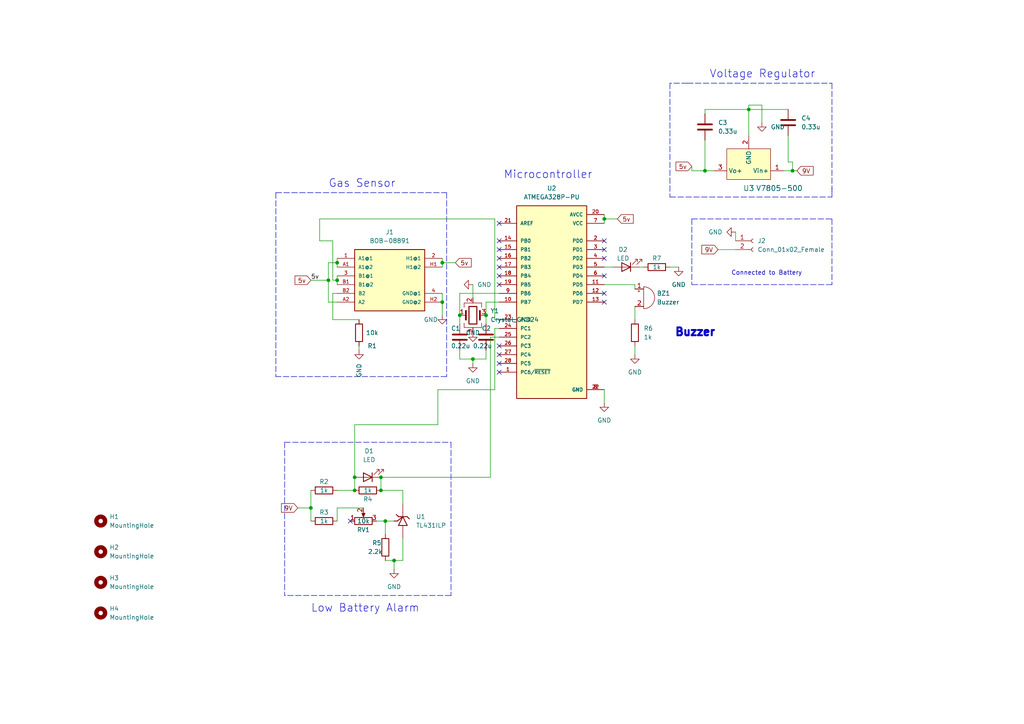
<source format=kicad_sch>
(kicad_sch (version 20210621) (generator eeschema)

  (uuid 9d098296-d2b9-43e5-8005-753057be6340)

  (paper "A4")

  (lib_symbols
    (symbol "ATMEGA328P-PU:ATMEGA328P-PU" (pin_names (offset 1.016)) (in_bom yes) (on_board yes)
      (property "Reference" "U" (id 0) (at -10.16 28.9814 0)
        (effects (font (size 1.27 1.27)) (justify left bottom))
      )
      (property "Value" "ATMEGA328P-PU" (id 1) (at -10.16 -31.5214 0)
        (effects (font (size 1.27 1.27)) (justify left bottom))
      )
      (property "Footprint" "DIP794W46P254L2967H457Q28B" (id 2) (at 0 0 0)
        (effects (font (size 1.27 1.27)) (justify left bottom) hide)
      )
      (property "Datasheet" "" (id 3) (at 0 0 0)
        (effects (font (size 1.27 1.27)) (justify left bottom) hide)
      )
      (property "MANUFACTURER" "Atmel" (id 4) (at 0 0 0)
        (effects (font (size 1.27 1.27)) (justify left bottom) hide)
      )
      (property "ki_locked" "" (id 5) (at 0 0 0)
        (effects (font (size 1.27 1.27)))
      )
      (symbol "ATMEGA328P-PU_0_0"
        (rectangle (start -10.16 -27.94) (end 10.16 27.94)
          (stroke (width 0.254) (type default) (color 0 0 0 0))
          (fill (type background))
        )
        (pin bidirectional line (at -15.24 -20.32 0) (length 5.08)
          (name "PC6/~{RESET}" (effects (font (size 1.016 1.016))))
          (number "1" (effects (font (size 1.016 1.016))))
        )
        (pin bidirectional line (at -15.24 0 0) (length 5.08)
          (name "PB7" (effects (font (size 1.016 1.016))))
          (number "10" (effects (font (size 1.016 1.016))))
        )
        (pin bidirectional line (at 15.24 5.08 180) (length 5.08)
          (name "PD5" (effects (font (size 1.016 1.016))))
          (number "11" (effects (font (size 1.016 1.016))))
        )
        (pin bidirectional line (at 15.24 2.54 180) (length 5.08)
          (name "PD6" (effects (font (size 1.016 1.016))))
          (number "12" (effects (font (size 1.016 1.016))))
        )
        (pin bidirectional line (at 15.24 0 180) (length 5.08)
          (name "PD7" (effects (font (size 1.016 1.016))))
          (number "13" (effects (font (size 1.016 1.016))))
        )
        (pin bidirectional line (at -15.24 17.78 0) (length 5.08)
          (name "PB0" (effects (font (size 1.016 1.016))))
          (number "14" (effects (font (size 1.016 1.016))))
        )
        (pin bidirectional line (at -15.24 15.24 0) (length 5.08)
          (name "PB1" (effects (font (size 1.016 1.016))))
          (number "15" (effects (font (size 1.016 1.016))))
        )
        (pin bidirectional line (at -15.24 12.7 0) (length 5.08)
          (name "PB2" (effects (font (size 1.016 1.016))))
          (number "16" (effects (font (size 1.016 1.016))))
        )
        (pin bidirectional line (at -15.24 10.16 0) (length 5.08)
          (name "PB3" (effects (font (size 1.016 1.016))))
          (number "17" (effects (font (size 1.016 1.016))))
        )
        (pin bidirectional line (at -15.24 7.62 0) (length 5.08)
          (name "PB4" (effects (font (size 1.016 1.016))))
          (number "18" (effects (font (size 1.016 1.016))))
        )
        (pin bidirectional line (at -15.24 5.08 0) (length 5.08)
          (name "PB5" (effects (font (size 1.016 1.016))))
          (number "19" (effects (font (size 1.016 1.016))))
        )
        (pin bidirectional line (at 15.24 17.78 180) (length 5.08)
          (name "PD0" (effects (font (size 1.016 1.016))))
          (number "2" (effects (font (size 1.016 1.016))))
        )
        (pin power_in line (at 15.24 25.4 180) (length 5.08)
          (name "AVCC" (effects (font (size 1.016 1.016))))
          (number "20" (effects (font (size 1.016 1.016))))
        )
        (pin input line (at -15.24 22.86 0) (length 5.08)
          (name "AREF" (effects (font (size 1.016 1.016))))
          (number "21" (effects (font (size 1.016 1.016))))
        )
        (pin power_in line (at 15.24 -25.4 180) (length 5.08)
          (name "GND" (effects (font (size 1.016 1.016))))
          (number "22" (effects (font (size 1.016 1.016))))
        )
        (pin bidirectional line (at -15.24 -5.08 0) (length 5.08)
          (name "PC0" (effects (font (size 1.016 1.016))))
          (number "23" (effects (font (size 1.016 1.016))))
        )
        (pin bidirectional line (at -15.24 -7.62 0) (length 5.08)
          (name "PC1" (effects (font (size 1.016 1.016))))
          (number "24" (effects (font (size 1.016 1.016))))
        )
        (pin bidirectional line (at -15.24 -10.16 0) (length 5.08)
          (name "PC2" (effects (font (size 1.016 1.016))))
          (number "25" (effects (font (size 1.016 1.016))))
        )
        (pin bidirectional line (at -15.24 -12.7 0) (length 5.08)
          (name "PC3" (effects (font (size 1.016 1.016))))
          (number "26" (effects (font (size 1.016 1.016))))
        )
        (pin bidirectional line (at -15.24 -15.24 0) (length 5.08)
          (name "PC4" (effects (font (size 1.016 1.016))))
          (number "27" (effects (font (size 1.016 1.016))))
        )
        (pin bidirectional line (at -15.24 -17.78 0) (length 5.08)
          (name "PC5" (effects (font (size 1.016 1.016))))
          (number "28" (effects (font (size 1.016 1.016))))
        )
        (pin bidirectional line (at 15.24 15.24 180) (length 5.08)
          (name "PD1" (effects (font (size 1.016 1.016))))
          (number "3" (effects (font (size 1.016 1.016))))
        )
        (pin bidirectional line (at 15.24 12.7 180) (length 5.08)
          (name "PD2" (effects (font (size 1.016 1.016))))
          (number "4" (effects (font (size 1.016 1.016))))
        )
        (pin bidirectional line (at 15.24 10.16 180) (length 5.08)
          (name "PD3" (effects (font (size 1.016 1.016))))
          (number "5" (effects (font (size 1.016 1.016))))
        )
        (pin bidirectional line (at 15.24 7.62 180) (length 5.08)
          (name "PD4" (effects (font (size 1.016 1.016))))
          (number "6" (effects (font (size 1.016 1.016))))
        )
        (pin power_in line (at 15.24 22.86 180) (length 5.08)
          (name "VCC" (effects (font (size 1.016 1.016))))
          (number "7" (effects (font (size 1.016 1.016))))
        )
        (pin power_in line (at 15.24 -25.4 180) (length 5.08)
          (name "GND" (effects (font (size 1.016 1.016))))
          (number "8" (effects (font (size 1.016 1.016))))
        )
        (pin bidirectional line (at -15.24 2.54 0) (length 5.08)
          (name "PB6" (effects (font (size 1.016 1.016))))
          (number "9" (effects (font (size 1.016 1.016))))
        )
      )
    )
    (symbol "BOB-08891:BOB-08891" (pin_names (offset 1.016)) (in_bom yes) (on_board yes)
      (property "Reference" "J" (id 0) (at -10.16 10.414 0)
        (effects (font (size 1.27 1.27)) (justify left bottom))
      )
      (property "Value" "BOB-08891" (id 1) (at -10.1854 -9.4234 0)
        (effects (font (size 1.27 1.27)) (justify left bottom))
      )
      (property "Footprint" "SPARKFUN_BOB-08891" (id 2) (at 0 0 0)
        (effects (font (size 1.27 1.27)) (justify left bottom) hide)
      )
      (property "Datasheet" "" (id 3) (at 0 0 0)
        (effects (font (size 1.27 1.27)) (justify left bottom) hide)
      )
      (property "MANUFACTURER" "SPARKFUN" (id 4) (at 0 0 0)
        (effects (font (size 1.27 1.27)) (justify left bottom) hide)
      )
      (property "ki_locked" "" (id 5) (at 0 0 0)
        (effects (font (size 1.27 1.27)))
      )
      (symbol "BOB-08891_0_0"
        (rectangle (start -10.16 -7.62) (end 10.16 10.16)
          (stroke (width 0.254) (type default) (color 0 0 0 0))
          (fill (type background))
        )
        (pin passive line (at -15.24 7.62 0) (length 5.08)
          (name "A1@1" (effects (font (size 1.016 1.016))))
          (number "1" (effects (font (size 1.016 1.016))))
        )
        (pin power_in line (at 15.24 7.62 180) (length 5.08)
          (name "H1@1" (effects (font (size 1.016 1.016))))
          (number "2" (effects (font (size 1.016 1.016))))
        )
        (pin passive line (at -15.24 2.54 0) (length 5.08)
          (name "B1@1" (effects (font (size 1.016 1.016))))
          (number "3" (effects (font (size 1.016 1.016))))
        )
        (pin power_in line (at 15.24 -2.54 180) (length 5.08)
          (name "GND@1" (effects (font (size 1.016 1.016))))
          (number "4" (effects (font (size 1.016 1.016))))
        )
        (pin passive line (at -15.24 5.08 0) (length 5.08)
          (name "A1@2" (effects (font (size 1.016 1.016))))
          (number "A1" (effects (font (size 1.016 1.016))))
        )
        (pin passive line (at -15.24 -5.08 0) (length 5.08)
          (name "A2" (effects (font (size 1.016 1.016))))
          (number "A2" (effects (font (size 1.016 1.016))))
        )
        (pin passive line (at -15.24 0 0) (length 5.08)
          (name "B1@2" (effects (font (size 1.016 1.016))))
          (number "B1" (effects (font (size 1.016 1.016))))
        )
        (pin passive line (at -15.24 -2.54 0) (length 5.08)
          (name "B2" (effects (font (size 1.016 1.016))))
          (number "B2" (effects (font (size 1.016 1.016))))
        )
        (pin power_in line (at 15.24 5.08 180) (length 5.08)
          (name "H1@2" (effects (font (size 1.016 1.016))))
          (number "H1" (effects (font (size 1.016 1.016))))
        )
        (pin power_in line (at 15.24 -5.08 180) (length 5.08)
          (name "GND@2" (effects (font (size 1.016 1.016))))
          (number "H2" (effects (font (size 1.016 1.016))))
        )
      )
    )
    (symbol "Connector:Conn_01x02_Female" (pin_names (offset 1.016) hide) (in_bom yes) (on_board yes)
      (property "Reference" "J" (id 0) (at 0 2.54 0)
        (effects (font (size 1.27 1.27)))
      )
      (property "Value" "Conn_01x02_Female" (id 1) (at 0 -5.08 0)
        (effects (font (size 1.27 1.27)))
      )
      (property "Footprint" "" (id 2) (at 0 0 0)
        (effects (font (size 1.27 1.27)) hide)
      )
      (property "Datasheet" "~" (id 3) (at 0 0 0)
        (effects (font (size 1.27 1.27)) hide)
      )
      (property "ki_keywords" "connector" (id 4) (at 0 0 0)
        (effects (font (size 1.27 1.27)) hide)
      )
      (property "ki_description" "Generic connector, single row, 01x02, script generated (kicad-library-utils/schlib/autogen/connector/)" (id 5) (at 0 0 0)
        (effects (font (size 1.27 1.27)) hide)
      )
      (property "ki_fp_filters" "Connector*:*_1x??_*" (id 6) (at 0 0 0)
        (effects (font (size 1.27 1.27)) hide)
      )
      (symbol "Conn_01x02_Female_1_1"
        (arc (start 0 -2.032) (mid -0.508 -2.54) (end 0 -3.048)
          (stroke (width 0.1524) (type default) (color 0 0 0 0))
          (fill (type none))
        )
        (polyline
          (pts
            (xy -1.27 -2.54)
            (xy -0.508 -2.54)
          )
          (stroke (width 0.1524) (type default) (color 0 0 0 0))
          (fill (type none))
        )
        (polyline
          (pts
            (xy -1.27 0)
            (xy -0.508 0)
          )
          (stroke (width 0.1524) (type default) (color 0 0 0 0))
          (fill (type none))
        )
        (arc (start 0 0.508) (mid -0.508 0) (end 0 -0.508)
          (stroke (width 0.1524) (type default) (color 0 0 0 0))
          (fill (type none))
        )
        (pin passive line (at -5.08 0 0) (length 3.81)
          (name "Pin_1" (effects (font (size 1.27 1.27))))
          (number "1" (effects (font (size 1.27 1.27))))
        )
        (pin passive line (at -5.08 -2.54 0) (length 3.81)
          (name "Pin_2" (effects (font (size 1.27 1.27))))
          (number "2" (effects (font (size 1.27 1.27))))
        )
      )
    )
    (symbol "Device:Buzzer" (pin_names (offset 0.0254) hide) (in_bom yes) (on_board yes)
      (property "Reference" "BZ" (id 0) (at 3.81 1.27 0)
        (effects (font (size 1.27 1.27)) (justify left))
      )
      (property "Value" "Buzzer" (id 1) (at 3.81 -1.27 0)
        (effects (font (size 1.27 1.27)) (justify left))
      )
      (property "Footprint" "" (id 2) (at -0.635 2.54 90)
        (effects (font (size 1.27 1.27)) hide)
      )
      (property "Datasheet" "~" (id 3) (at -0.635 2.54 90)
        (effects (font (size 1.27 1.27)) hide)
      )
      (property "ki_keywords" "quartz resonator ceramic" (id 4) (at 0 0 0)
        (effects (font (size 1.27 1.27)) hide)
      )
      (property "ki_description" "Buzzer, polarized" (id 5) (at 0 0 0)
        (effects (font (size 1.27 1.27)) hide)
      )
      (property "ki_fp_filters" "*Buzzer*" (id 6) (at 0 0 0)
        (effects (font (size 1.27 1.27)) hide)
      )
      (symbol "Buzzer_0_1"
        (arc (start 0 -3.175) (mid 3.175 0) (end 0 3.175)
          (stroke (width 0) (type default) (color 0 0 0 0))
          (fill (type none))
        )
        (polyline
          (pts
            (xy -1.651 1.905)
            (xy -1.143 1.905)
          )
          (stroke (width 0) (type default) (color 0 0 0 0))
          (fill (type none))
        )
        (polyline
          (pts
            (xy -1.397 2.159)
            (xy -1.397 1.651)
          )
          (stroke (width 0) (type default) (color 0 0 0 0))
          (fill (type none))
        )
        (polyline
          (pts
            (xy 0 3.175)
            (xy 0 -3.175)
          )
          (stroke (width 0) (type default) (color 0 0 0 0))
          (fill (type none))
        )
      )
      (symbol "Buzzer_1_1"
        (pin passive line (at -2.54 2.54 0) (length 2.54)
          (name "-" (effects (font (size 1.27 1.27))))
          (number "1" (effects (font (size 1.27 1.27))))
        )
        (pin passive line (at -2.54 -2.54 0) (length 2.54)
          (name "+" (effects (font (size 1.27 1.27))))
          (number "2" (effects (font (size 1.27 1.27))))
        )
      )
    )
    (symbol "Device:C" (pin_numbers hide) (pin_names (offset 0.254)) (in_bom yes) (on_board yes)
      (property "Reference" "C" (id 0) (at 0.635 2.54 0)
        (effects (font (size 1.27 1.27)) (justify left))
      )
      (property "Value" "C" (id 1) (at 0.635 -2.54 0)
        (effects (font (size 1.27 1.27)) (justify left))
      )
      (property "Footprint" "" (id 2) (at 0.9652 -3.81 0)
        (effects (font (size 1.27 1.27)) hide)
      )
      (property "Datasheet" "~" (id 3) (at 0 0 0)
        (effects (font (size 1.27 1.27)) hide)
      )
      (property "ki_keywords" "cap capacitor" (id 4) (at 0 0 0)
        (effects (font (size 1.27 1.27)) hide)
      )
      (property "ki_description" "Unpolarized capacitor" (id 5) (at 0 0 0)
        (effects (font (size 1.27 1.27)) hide)
      )
      (property "ki_fp_filters" "C_*" (id 6) (at 0 0 0)
        (effects (font (size 1.27 1.27)) hide)
      )
      (symbol "C_0_1"
        (polyline
          (pts
            (xy -2.032 -0.762)
            (xy 2.032 -0.762)
          )
          (stroke (width 0.508) (type default) (color 0 0 0 0))
          (fill (type none))
        )
        (polyline
          (pts
            (xy -2.032 0.762)
            (xy 2.032 0.762)
          )
          (stroke (width 0.508) (type default) (color 0 0 0 0))
          (fill (type none))
        )
      )
      (symbol "C_1_1"
        (pin passive line (at 0 3.81 270) (length 2.794)
          (name "~" (effects (font (size 1.27 1.27))))
          (number "1" (effects (font (size 1.27 1.27))))
        )
        (pin passive line (at 0 -3.81 90) (length 2.794)
          (name "~" (effects (font (size 1.27 1.27))))
          (number "2" (effects (font (size 1.27 1.27))))
        )
      )
    )
    (symbol "Device:Crystal_GND24" (pin_names (offset 1.016) hide) (in_bom yes) (on_board yes)
      (property "Reference" "Y" (id 0) (at 3.175 5.08 0)
        (effects (font (size 1.27 1.27)) (justify left))
      )
      (property "Value" "Crystal_GND24" (id 1) (at 3.175 3.175 0)
        (effects (font (size 1.27 1.27)) (justify left))
      )
      (property "Footprint" "" (id 2) (at 0 0 0)
        (effects (font (size 1.27 1.27)) hide)
      )
      (property "Datasheet" "~" (id 3) (at 0 0 0)
        (effects (font (size 1.27 1.27)) hide)
      )
      (property "ki_keywords" "quartz ceramic resonator oscillator" (id 4) (at 0 0 0)
        (effects (font (size 1.27 1.27)) hide)
      )
      (property "ki_description" "Four pin crystal, GND on pins 2 and 4" (id 5) (at 0 0 0)
        (effects (font (size 1.27 1.27)) hide)
      )
      (property "ki_fp_filters" "Crystal*" (id 6) (at 0 0 0)
        (effects (font (size 1.27 1.27)) hide)
      )
      (symbol "Crystal_GND24_0_1"
        (rectangle (start -1.143 2.54) (end 1.143 -2.54)
          (stroke (width 0.3048) (type default) (color 0 0 0 0))
          (fill (type none))
        )
        (polyline
          (pts
            (xy -2.54 0)
            (xy -2.032 0)
          )
          (stroke (width 0) (type default) (color 0 0 0 0))
          (fill (type none))
        )
        (polyline
          (pts
            (xy -2.032 -1.27)
            (xy -2.032 1.27)
          )
          (stroke (width 0.508) (type default) (color 0 0 0 0))
          (fill (type none))
        )
        (polyline
          (pts
            (xy 0 -3.81)
            (xy 0 -3.556)
          )
          (stroke (width 0) (type default) (color 0 0 0 0))
          (fill (type none))
        )
        (polyline
          (pts
            (xy 0 3.556)
            (xy 0 3.81)
          )
          (stroke (width 0) (type default) (color 0 0 0 0))
          (fill (type none))
        )
        (polyline
          (pts
            (xy 2.032 -1.27)
            (xy 2.032 1.27)
          )
          (stroke (width 0.508) (type default) (color 0 0 0 0))
          (fill (type none))
        )
        (polyline
          (pts
            (xy 2.032 0)
            (xy 2.54 0)
          )
          (stroke (width 0) (type default) (color 0 0 0 0))
          (fill (type none))
        )
        (polyline
          (pts
            (xy -2.54 -2.286)
            (xy -2.54 -3.556)
            (xy 2.54 -3.556)
            (xy 2.54 -2.286)
          )
          (stroke (width 0) (type default) (color 0 0 0 0))
          (fill (type none))
        )
        (polyline
          (pts
            (xy -2.54 2.286)
            (xy -2.54 3.556)
            (xy 2.54 3.556)
            (xy 2.54 2.286)
          )
          (stroke (width 0) (type default) (color 0 0 0 0))
          (fill (type none))
        )
      )
      (symbol "Crystal_GND24_1_1"
        (pin passive line (at -3.81 0 0) (length 1.27)
          (name "1" (effects (font (size 1.27 1.27))))
          (number "1" (effects (font (size 1.27 1.27))))
        )
        (pin passive line (at 0 5.08 270) (length 1.27)
          (name "2" (effects (font (size 1.27 1.27))))
          (number "2" (effects (font (size 1.27 1.27))))
        )
        (pin passive line (at 3.81 0 180) (length 1.27)
          (name "3" (effects (font (size 1.27 1.27))))
          (number "3" (effects (font (size 1.27 1.27))))
        )
        (pin passive line (at 0 -5.08 90) (length 1.27)
          (name "4" (effects (font (size 1.27 1.27))))
          (number "4" (effects (font (size 1.27 1.27))))
        )
      )
    )
    (symbol "Device:LED" (pin_numbers hide) (pin_names (offset 1.016) hide) (in_bom yes) (on_board yes)
      (property "Reference" "D" (id 0) (at 0 2.54 0)
        (effects (font (size 1.27 1.27)))
      )
      (property "Value" "LED" (id 1) (at 0 -2.54 0)
        (effects (font (size 1.27 1.27)))
      )
      (property "Footprint" "" (id 2) (at 0 0 0)
        (effects (font (size 1.27 1.27)) hide)
      )
      (property "Datasheet" "~" (id 3) (at 0 0 0)
        (effects (font (size 1.27 1.27)) hide)
      )
      (property "ki_keywords" "LED diode" (id 4) (at 0 0 0)
        (effects (font (size 1.27 1.27)) hide)
      )
      (property "ki_description" "Light emitting diode" (id 5) (at 0 0 0)
        (effects (font (size 1.27 1.27)) hide)
      )
      (property "ki_fp_filters" "LED* LED_SMD:* LED_THT:*" (id 6) (at 0 0 0)
        (effects (font (size 1.27 1.27)) hide)
      )
      (symbol "LED_0_1"
        (polyline
          (pts
            (xy -1.27 -1.27)
            (xy -1.27 1.27)
          )
          (stroke (width 0.254) (type default) (color 0 0 0 0))
          (fill (type none))
        )
        (polyline
          (pts
            (xy -1.27 0)
            (xy 1.27 0)
          )
          (stroke (width 0) (type default) (color 0 0 0 0))
          (fill (type none))
        )
        (polyline
          (pts
            (xy 1.27 -1.27)
            (xy 1.27 1.27)
            (xy -1.27 0)
            (xy 1.27 -1.27)
          )
          (stroke (width 0.254) (type default) (color 0 0 0 0))
          (fill (type none))
        )
        (polyline
          (pts
            (xy -3.048 -0.762)
            (xy -4.572 -2.286)
            (xy -3.81 -2.286)
            (xy -4.572 -2.286)
            (xy -4.572 -1.524)
          )
          (stroke (width 0) (type default) (color 0 0 0 0))
          (fill (type none))
        )
        (polyline
          (pts
            (xy -1.778 -0.762)
            (xy -3.302 -2.286)
            (xy -2.54 -2.286)
            (xy -3.302 -2.286)
            (xy -3.302 -1.524)
          )
          (stroke (width 0) (type default) (color 0 0 0 0))
          (fill (type none))
        )
      )
      (symbol "LED_1_1"
        (pin passive line (at -3.81 0 0) (length 2.54)
          (name "K" (effects (font (size 1.27 1.27))))
          (number "1" (effects (font (size 1.27 1.27))))
        )
        (pin passive line (at 3.81 0 180) (length 2.54)
          (name "A" (effects (font (size 1.27 1.27))))
          (number "2" (effects (font (size 1.27 1.27))))
        )
      )
    )
    (symbol "Device:R" (pin_numbers hide) (pin_names (offset 0)) (in_bom yes) (on_board yes)
      (property "Reference" "R" (id 0) (at 2.032 0 90)
        (effects (font (size 1.27 1.27)))
      )
      (property "Value" "R" (id 1) (at 0 0 90)
        (effects (font (size 1.27 1.27)))
      )
      (property "Footprint" "" (id 2) (at -1.778 0 90)
        (effects (font (size 1.27 1.27)) hide)
      )
      (property "Datasheet" "~" (id 3) (at 0 0 0)
        (effects (font (size 1.27 1.27)) hide)
      )
      (property "ki_keywords" "R res resistor" (id 4) (at 0 0 0)
        (effects (font (size 1.27 1.27)) hide)
      )
      (property "ki_description" "Resistor" (id 5) (at 0 0 0)
        (effects (font (size 1.27 1.27)) hide)
      )
      (property "ki_fp_filters" "R_*" (id 6) (at 0 0 0)
        (effects (font (size 1.27 1.27)) hide)
      )
      (symbol "R_0_1"
        (rectangle (start -1.016 -2.54) (end 1.016 2.54)
          (stroke (width 0.254) (type default) (color 0 0 0 0))
          (fill (type none))
        )
      )
      (symbol "R_1_1"
        (pin passive line (at 0 3.81 270) (length 1.27)
          (name "~" (effects (font (size 1.27 1.27))))
          (number "1" (effects (font (size 1.27 1.27))))
        )
        (pin passive line (at 0 -3.81 90) (length 1.27)
          (name "~" (effects (font (size 1.27 1.27))))
          (number "2" (effects (font (size 1.27 1.27))))
        )
      )
    )
    (symbol "Device:R_Potentiometer" (pin_names (offset 1.016) hide) (in_bom yes) (on_board yes)
      (property "Reference" "RV" (id 0) (at -4.445 0 90)
        (effects (font (size 1.27 1.27)))
      )
      (property "Value" "R_Potentiometer" (id 1) (at -2.54 0 90)
        (effects (font (size 1.27 1.27)))
      )
      (property "Footprint" "" (id 2) (at 0 0 0)
        (effects (font (size 1.27 1.27)) hide)
      )
      (property "Datasheet" "~" (id 3) (at 0 0 0)
        (effects (font (size 1.27 1.27)) hide)
      )
      (property "ki_keywords" "resistor variable" (id 4) (at 0 0 0)
        (effects (font (size 1.27 1.27)) hide)
      )
      (property "ki_description" "Potentiometer" (id 5) (at 0 0 0)
        (effects (font (size 1.27 1.27)) hide)
      )
      (property "ki_fp_filters" "Potentiometer*" (id 6) (at 0 0 0)
        (effects (font (size 1.27 1.27)) hide)
      )
      (symbol "R_Potentiometer_0_1"
        (polyline
          (pts
            (xy 2.54 0)
            (xy 1.524 0)
          )
          (stroke (width 0) (type default) (color 0 0 0 0))
          (fill (type none))
        )
        (polyline
          (pts
            (xy 1.143 0)
            (xy 2.286 0.508)
            (xy 2.286 -0.508)
            (xy 1.143 0)
          )
          (stroke (width 0) (type default) (color 0 0 0 0))
          (fill (type outline))
        )
        (rectangle (start 1.016 2.54) (end -1.016 -2.54)
          (stroke (width 0.254) (type default) (color 0 0 0 0))
          (fill (type none))
        )
      )
      (symbol "R_Potentiometer_1_1"
        (pin passive line (at 0 3.81 270) (length 1.27)
          (name "1" (effects (font (size 1.27 1.27))))
          (number "1" (effects (font (size 1.27 1.27))))
        )
        (pin passive line (at 3.81 0 180) (length 1.27)
          (name "2" (effects (font (size 1.27 1.27))))
          (number "2" (effects (font (size 1.27 1.27))))
        )
        (pin passive line (at 0 -3.81 90) (length 1.27)
          (name "3" (effects (font (size 1.27 1.27))))
          (number "3" (effects (font (size 1.27 1.27))))
        )
      )
    )
    (symbol "Mechanical:MountingHole" (pin_names (offset 1.016)) (in_bom yes) (on_board yes)
      (property "Reference" "H" (id 0) (at 0 5.08 0)
        (effects (font (size 1.27 1.27)))
      )
      (property "Value" "MountingHole" (id 1) (at 0 3.175 0)
        (effects (font (size 1.27 1.27)))
      )
      (property "Footprint" "" (id 2) (at 0 0 0)
        (effects (font (size 1.27 1.27)) hide)
      )
      (property "Datasheet" "~" (id 3) (at 0 0 0)
        (effects (font (size 1.27 1.27)) hide)
      )
      (property "ki_keywords" "mounting hole" (id 4) (at 0 0 0)
        (effects (font (size 1.27 1.27)) hide)
      )
      (property "ki_description" "Mounting Hole without connection" (id 5) (at 0 0 0)
        (effects (font (size 1.27 1.27)) hide)
      )
      (property "ki_fp_filters" "MountingHole*" (id 6) (at 0 0 0)
        (effects (font (size 1.27 1.27)) hide)
      )
      (symbol "MountingHole_0_1"
        (circle (center 0 0) (radius 1.27) (stroke (width 1.27))           (stroke (width 1.27) (type default) (color 0 0 0 0))
          (fill (type none))
        )
      )
    )
    (symbol "TL431ILP:TL431ILP" (pin_numbers hide) (pin_names (offset 1.016) hide) (in_bom yes) (on_board yes)
      (property "Reference" "U" (id 0) (at 5.08 5.08 0)
        (effects (font (size 1.27 1.27)) (justify left bottom))
      )
      (property "Value" "TL431ILP" (id 1) (at 5.08 -5.08 0)
        (effects (font (size 1.27 1.27)) (justify left bottom))
      )
      (property "Footprint" "TO92127P520H660-3" (id 2) (at 0 0 0)
        (effects (font (size 1.27 1.27)) (justify left bottom) hide)
      )
      (property "Datasheet" "" (id 3) (at 0 0 0)
        (effects (font (size 1.27 1.27)) (justify left bottom) hide)
      )
      (property "MANUFACTURER" "Microsemi" (id 4) (at 0 0 0)
        (effects (font (size 1.27 1.27)) (justify left bottom) hide)
      )
      (property "PARTREV" "1.4" (id 5) (at 0 0 0)
        (effects (font (size 1.27 1.27)) (justify left bottom) hide)
      )
      (property "STANDARD" "IPC-7251" (id 6) (at 0 0 0)
        (effects (font (size 1.27 1.27)) (justify left bottom) hide)
      )
      (property "ki_locked" "" (id 7) (at 0 0 0)
        (effects (font (size 1.27 1.27)))
      )
      (symbol "TL431ILP_0_0"
        (polyline
          (pts
            (xy -1.27 -1.27)
            (xy 0 1.27)
          )
          (stroke (width 0.254) (type default) (color 0 0 0 0))
          (fill (type none))
        )
        (polyline
          (pts
            (xy -1.27 1.27)
            (xy -1.905 0.635)
          )
          (stroke (width 0.254) (type default) (color 0 0 0 0))
          (fill (type none))
        )
        (polyline
          (pts
            (xy 0 -2.54)
            (xy 0 -1.27)
          )
          (stroke (width 0.1524) (type default) (color 0 0 0 0))
          (fill (type none))
        )
        (polyline
          (pts
            (xy 0 -1.27)
            (xy -1.27 -1.27)
          )
          (stroke (width 0.254) (type default) (color 0 0 0 0))
          (fill (type none))
        )
        (polyline
          (pts
            (xy 0 1.27)
            (xy -1.27 1.27)
          )
          (stroke (width 0.254) (type default) (color 0 0 0 0))
          (fill (type none))
        )
        (polyline
          (pts
            (xy 0 1.27)
            (xy 1.27 -1.27)
          )
          (stroke (width 0.254) (type default) (color 0 0 0 0))
          (fill (type none))
        )
        (polyline
          (pts
            (xy 0 1.27)
            (xy 1.6002 0)
          )
          (stroke (width 0.254) (type default) (color 0 0 0 0))
          (fill (type none))
        )
        (polyline
          (pts
            (xy 0 2.54)
            (xy 0 1.27)
          )
          (stroke (width 0.1524) (type default) (color 0 0 0 0))
          (fill (type none))
        )
        (polyline
          (pts
            (xy 0.635 1.27)
            (xy 0 1.27)
          )
          (stroke (width 0.254) (type default) (color 0 0 0 0))
          (fill (type none))
        )
        (polyline
          (pts
            (xy 1.27 -1.27)
            (xy 0 -1.27)
          )
          (stroke (width 0.254) (type default) (color 0 0 0 0))
          (fill (type none))
        )
        (polyline
          (pts
            (xy 1.27 1.27)
            (xy 0.635 1.27)
          )
          (stroke (width 0.254) (type default) (color 0 0 0 0))
          (fill (type none))
        )
        (polyline
          (pts
            (xy 1.27 1.27)
            (xy 1.905 1.905)
          )
          (stroke (width 0.254) (type default) (color 0 0 0 0))
          (fill (type none))
        )
        (polyline
          (pts
            (xy 1.6002 0)
            (xy 2.54 0)
          )
          (stroke (width 0.254) (type default) (color 0 0 0 0))
          (fill (type none))
        )
        (pin passive line (at 2.54 0 180) (length 0)
          (name "~" (effects (font (size 1.016 1.016))))
          (number "1" (effects (font (size 1.016 1.016))))
        )
        (pin passive line (at 0 -5.08 90) (length 2.54)
          (name "~" (effects (font (size 1.016 1.016))))
          (number "2" (effects (font (size 1.016 1.016))))
        )
        (pin passive line (at 0 5.08 270) (length 2.54)
          (name "~" (effects (font (size 1.016 1.016))))
          (number "3" (effects (font (size 1.016 1.016))))
        )
      )
    )
    (symbol "dk_DC-DC-Converters:V7805-500" (in_bom yes) (on_board yes)
      (property "Reference" "U" (id 0) (at -6.35 6.35 0)
        (effects (font (size 1.524 1.524)) (justify left))
      )
      (property "Value" "V7805-500" (id 1) (at 1.27 -5.08 0)
        (effects (font (size 1.524 1.524)) (justify left))
      )
      (property "Footprint" "digikey-footprints:3-SIP_Module_V7805-500" (id 2) (at 5.08 5.08 0)
        (effects (font (size 1.524 1.524)) (justify left) hide)
      )
      (property "Datasheet" "https://www.cui.com/product/resource/digikeypdf/v78-500.pdf" (id 3) (at 5.08 7.62 0)
        (effects (font (size 1.524 1.524)) (justify left) hide)
      )
      (property "Digi-Key_PN" "102-1709-ND" (id 4) (at 5.08 10.16 0)
        (effects (font (size 1.524 1.524)) (justify left) hide)
      )
      (property "MPN" "V7805-500" (id 5) (at 5.08 12.7 0)
        (effects (font (size 1.524 1.524)) (justify left) hide)
      )
      (property "Category" "Power Supplies - Board Mount" (id 6) (at 5.08 15.24 0)
        (effects (font (size 1.524 1.524)) (justify left) hide)
      )
      (property "Family" "DC DC Converters" (id 7) (at 5.08 17.78 0)
        (effects (font (size 1.524 1.524)) (justify left) hide)
      )
      (property "DK_Datasheet_Link" "https://www.cui.com/product/resource/digikeypdf/v78-500.pdf" (id 8) (at 5.08 20.32 0)
        (effects (font (size 1.524 1.524)) (justify left) hide)
      )
      (property "DK_Detail_Page" "/product-detail/en/cui-inc/V7805-500/102-1709-ND/1828602" (id 9) (at 5.08 22.86 0)
        (effects (font (size 1.524 1.524)) (justify left) hide)
      )
      (property "Description" "DC DC CONVERTER 5V 2.5W" (id 10) (at 5.08 25.4 0)
        (effects (font (size 1.524 1.524)) (justify left) hide)
      )
      (property "Manufacturer" "CUI Inc." (id 11) (at 5.08 27.94 0)
        (effects (font (size 1.524 1.524)) (justify left) hide)
      )
      (property "Status" "Active" (id 12) (at 5.08 30.48 0)
        (effects (font (size 1.524 1.524)) (justify left) hide)
      )
      (property "ki_keywords" "102-1709-ND V78-500" (id 13) (at 0 0 0)
        (effects (font (size 1.27 1.27)) hide)
      )
      (property "ki_description" "DC DC CONVERTER 5V 2.5W" (id 14) (at 0 0 0)
        (effects (font (size 1.27 1.27)) hide)
      )
      (symbol "V7805-500_0_1"
        (rectangle (start -6.35 5.08) (end 6.35 -3.81)
          (stroke (width 0) (type default) (color 0 0 0 0))
          (fill (type background))
        )
      )
      (symbol "V7805-500_1_1"
        (pin power_in line (at -10.16 2.54 0) (length 3.81)
          (name "Vin+" (effects (font (size 1.27 1.27))))
          (number "1" (effects (font (size 1.27 1.27))))
        )
        (pin power_in line (at 0 -7.62 90) (length 3.81)
          (name "GND" (effects (font (size 1.27 1.27))))
          (number "2" (effects (font (size 1.27 1.27))))
        )
        (pin power_out line (at 10.16 2.54 180) (length 3.81)
          (name "Vo+" (effects (font (size 1.27 1.27))))
          (number "3" (effects (font (size 1.27 1.27))))
        )
      )
    )
    (symbol "power:GND" (power) (pin_names (offset 0)) (in_bom yes) (on_board yes)
      (property "Reference" "#PWR" (id 0) (at 0 -6.35 0)
        (effects (font (size 1.27 1.27)) hide)
      )
      (property "Value" "GND" (id 1) (at 0 -3.81 0)
        (effects (font (size 1.27 1.27)))
      )
      (property "Footprint" "" (id 2) (at 0 0 0)
        (effects (font (size 1.27 1.27)) hide)
      )
      (property "Datasheet" "" (id 3) (at 0 0 0)
        (effects (font (size 1.27 1.27)) hide)
      )
      (property "ki_keywords" "power-flag" (id 4) (at 0 0 0)
        (effects (font (size 1.27 1.27)) hide)
      )
      (property "ki_description" "Power symbol creates a global label with name \"GND\" , ground" (id 5) (at 0 0 0)
        (effects (font (size 1.27 1.27)) hide)
      )
      (symbol "GND_0_1"
        (polyline
          (pts
            (xy 0 0)
            (xy 0 -1.27)
            (xy 1.27 -1.27)
            (xy 0 -2.54)
            (xy -1.27 -1.27)
            (xy 0 -1.27)
          )
          (stroke (width 0) (type default) (color 0 0 0 0))
          (fill (type none))
        )
      )
      (symbol "GND_1_1"
        (pin power_in line (at 0 0 270) (length 0) hide
          (name "GND" (effects (font (size 1.27 1.27))))
          (number "1" (effects (font (size 1.27 1.27))))
        )
      )
    )
  )


  (junction (at 90.17 147.32) (diameter 0) (color 0 0 0 0))
  (junction (at 95.25 81.28) (diameter 0) (color 0 0 0 0))
  (junction (at 97.79 76.2) (diameter 0) (color 0 0 0 0))
  (junction (at 97.79 81.28) (diameter 0) (color 0 0 0 0))
  (junction (at 102.87 138.43) (diameter 0) (color 0 0 0 0))
  (junction (at 102.87 142.24) (diameter 0) (color 0 0 0 0))
  (junction (at 110.49 138.43) (diameter 0) (color 0 0 0 0))
  (junction (at 110.49 142.24) (diameter 0) (color 0 0 0 0))
  (junction (at 111.76 151.13) (diameter 0) (color 0 0 0 0))
  (junction (at 114.3 162.56) (diameter 0) (color 0 0 0 0))
  (junction (at 128.27 76.2) (diameter 0) (color 0 0 0 0))
  (junction (at 128.27 87.63) (diameter 0) (color 0 0 0 0))
  (junction (at 133.35 91.44) (diameter 0) (color 0 0 0 0))
  (junction (at 137.16 104.14) (diameter 0) (color 0 0 0 0))
  (junction (at 140.97 91.44) (diameter 0) (color 0 0 0 0))
  (junction (at 175.26 63.5) (diameter 0) (color 0 0 0 0))
  (junction (at 204.47 49.53) (diameter 0) (color 0 0 0 0))
  (junction (at 217.17 31.75) (diameter 0) (color 0 0 0 0))
  (junction (at 229.87 49.53) (diameter 0) (color 0 0 0 0))

  (no_connect (at 101.6 151.13) (uuid 01914e3b-1ef2-44f1-92d2-63dc5fe6e929))
  (no_connect (at 144.78 64.77) (uuid 01914e3b-1ef2-44f1-92d2-63dc5fe6e929))
  (no_connect (at 144.78 69.85) (uuid 01914e3b-1ef2-44f1-92d2-63dc5fe6e929))
  (no_connect (at 144.78 72.39) (uuid 01914e3b-1ef2-44f1-92d2-63dc5fe6e929))
  (no_connect (at 144.78 74.93) (uuid 01914e3b-1ef2-44f1-92d2-63dc5fe6e929))
  (no_connect (at 144.78 77.47) (uuid 01914e3b-1ef2-44f1-92d2-63dc5fe6e929))
  (no_connect (at 144.78 80.01) (uuid 01914e3b-1ef2-44f1-92d2-63dc5fe6e929))
  (no_connect (at 144.78 82.55) (uuid 01914e3b-1ef2-44f1-92d2-63dc5fe6e929))
  (no_connect (at 144.78 100.33) (uuid 01914e3b-1ef2-44f1-92d2-63dc5fe6e929))
  (no_connect (at 144.78 102.87) (uuid 01914e3b-1ef2-44f1-92d2-63dc5fe6e929))
  (no_connect (at 144.78 105.41) (uuid 01914e3b-1ef2-44f1-92d2-63dc5fe6e929))
  (no_connect (at 144.78 107.95) (uuid 01914e3b-1ef2-44f1-92d2-63dc5fe6e929))
  (no_connect (at 175.26 69.85) (uuid 01914e3b-1ef2-44f1-92d2-63dc5fe6e929))
  (no_connect (at 175.26 72.39) (uuid 01914e3b-1ef2-44f1-92d2-63dc5fe6e929))
  (no_connect (at 175.26 74.93) (uuid 01914e3b-1ef2-44f1-92d2-63dc5fe6e929))
  (no_connect (at 175.26 80.01) (uuid 01914e3b-1ef2-44f1-92d2-63dc5fe6e929))
  (no_connect (at 175.26 85.09) (uuid 01914e3b-1ef2-44f1-92d2-63dc5fe6e929))
  (no_connect (at 175.26 87.63) (uuid 01914e3b-1ef2-44f1-92d2-63dc5fe6e929))

  (wire (pts (xy 86.36 147.32) (xy 90.17 147.32))
    (stroke (width 0) (type default) (color 0 0 0 0))
    (uuid bc1a7a72-b861-4fe1-9fd0-a58504d020df)
  )
  (wire (pts (xy 90.17 81.28) (xy 95.25 81.28))
    (stroke (width 0) (type default) (color 0 0 0 0))
    (uuid ba6deb45-bb5c-49f6-a8e6-ece57b088a0c)
  )
  (wire (pts (xy 90.17 142.24) (xy 90.17 147.32))
    (stroke (width 0) (type default) (color 0 0 0 0))
    (uuid 1e3c5fdf-bc16-4500-b9e1-ab4dd1ad4452)
  )
  (wire (pts (xy 90.17 147.32) (xy 90.17 151.13))
    (stroke (width 0) (type default) (color 0 0 0 0))
    (uuid 1e3c5fdf-bc16-4500-b9e1-ab4dd1ad4452)
  )
  (wire (pts (xy 92.71 63.5) (xy 92.71 69.85))
    (stroke (width 0) (type default) (color 0 0 0 0))
    (uuid 87a9a2d5-d16e-4175-9715-5fda6db46a05)
  )
  (wire (pts (xy 92.71 63.5) (xy 143.51 63.5))
    (stroke (width 0) (type default) (color 0 0 0 0))
    (uuid f185aa6d-6fa7-4c73-92d7-811d4e690985)
  )
  (wire (pts (xy 95.25 76.2) (xy 97.79 76.2))
    (stroke (width 0) (type default) (color 0 0 0 0))
    (uuid 7324a692-b81f-4dd8-ab03-420c1cee44b2)
  )
  (wire (pts (xy 95.25 81.28) (xy 95.25 76.2))
    (stroke (width 0) (type default) (color 0 0 0 0))
    (uuid 7324a692-b81f-4dd8-ab03-420c1cee44b2)
  )
  (wire (pts (xy 95.25 87.63) (xy 95.25 81.28))
    (stroke (width 0) (type default) (color 0 0 0 0))
    (uuid 7324a692-b81f-4dd8-ab03-420c1cee44b2)
  )
  (wire (pts (xy 95.25 87.63) (xy 97.79 87.63))
    (stroke (width 0) (type default) (color 0 0 0 0))
    (uuid 643e5144-c368-4ae2-b6d1-d0754305bcae)
  )
  (wire (pts (xy 96.52 69.85) (xy 92.71 69.85))
    (stroke (width 0) (type default) (color 0 0 0 0))
    (uuid e0db39a1-0a67-47f0-81a9-de6a733debc0)
  )
  (wire (pts (xy 96.52 69.85) (xy 96.52 81.28))
    (stroke (width 0) (type default) (color 0 0 0 0))
    (uuid 7f946886-f838-4d33-afcc-df4522354154)
  )
  (wire (pts (xy 96.52 81.28) (xy 97.79 81.28))
    (stroke (width 0) (type default) (color 0 0 0 0))
    (uuid 7f946886-f838-4d33-afcc-df4522354154)
  )
  (wire (pts (xy 96.52 85.09) (xy 96.52 92.71))
    (stroke (width 0) (type default) (color 0 0 0 0))
    (uuid d32899ac-6769-4705-8bd0-5b45055c6824)
  )
  (wire (pts (xy 96.52 92.71) (xy 104.14 92.71))
    (stroke (width 0) (type default) (color 0 0 0 0))
    (uuid d32899ac-6769-4705-8bd0-5b45055c6824)
  )
  (wire (pts (xy 97.79 74.93) (xy 97.79 76.2))
    (stroke (width 0) (type default) (color 0 0 0 0))
    (uuid 691bc078-3617-4c86-a06c-6451e01b4ee8)
  )
  (wire (pts (xy 97.79 76.2) (xy 97.79 77.47))
    (stroke (width 0) (type default) (color 0 0 0 0))
    (uuid 691bc078-3617-4c86-a06c-6451e01b4ee8)
  )
  (wire (pts (xy 97.79 80.01) (xy 97.79 81.28))
    (stroke (width 0) (type default) (color 0 0 0 0))
    (uuid 4e69952e-4fbb-417d-a9ed-517054c200e9)
  )
  (wire (pts (xy 97.79 81.28) (xy 97.79 82.55))
    (stroke (width 0) (type default) (color 0 0 0 0))
    (uuid 4e69952e-4fbb-417d-a9ed-517054c200e9)
  )
  (wire (pts (xy 97.79 85.09) (xy 96.52 85.09))
    (stroke (width 0) (type default) (color 0 0 0 0))
    (uuid d32899ac-6769-4705-8bd0-5b45055c6824)
  )
  (wire (pts (xy 97.79 142.24) (xy 102.87 142.24))
    (stroke (width 0) (type default) (color 0 0 0 0))
    (uuid cce549d0-c528-4331-9339-ba6891322e5e)
  )
  (wire (pts (xy 97.79 147.32) (xy 97.79 151.13))
    (stroke (width 0) (type default) (color 0 0 0 0))
    (uuid 528ecf7a-dbec-4eab-a2dd-9f3fb8104ade)
  )
  (wire (pts (xy 102.87 123.19) (xy 102.87 138.43))
    (stroke (width 0) (type default) (color 0 0 0 0))
    (uuid 4dfde69a-b832-4a3c-8c59-f506fbf99b6b)
  )
  (wire (pts (xy 102.87 138.43) (xy 102.87 142.24))
    (stroke (width 0) (type default) (color 0 0 0 0))
    (uuid 16505220-a9c7-4a9b-8e07-9986e65fd06d)
  )
  (wire (pts (xy 104.14 100.33) (xy 104.14 101.6))
    (stroke (width 0) (type default) (color 0 0 0 0))
    (uuid 50577af9-e32d-433e-8345-f2dd39c05816)
  )
  (wire (pts (xy 105.41 147.32) (xy 97.79 147.32))
    (stroke (width 0) (type default) (color 0 0 0 0))
    (uuid 528ecf7a-dbec-4eab-a2dd-9f3fb8104ade)
  )
  (wire (pts (xy 109.22 151.13) (xy 111.76 151.13))
    (stroke (width 0) (type default) (color 0 0 0 0))
    (uuid c336bd97-6ccb-442a-8818-2eb5e251088d)
  )
  (wire (pts (xy 110.49 138.43) (xy 110.49 142.24))
    (stroke (width 0) (type default) (color 0 0 0 0))
    (uuid 5f9b32a3-bcfc-40fa-a005-a712c714e18f)
  )
  (wire (pts (xy 110.49 138.43) (xy 142.24 138.43))
    (stroke (width 0) (type default) (color 0 0 0 0))
    (uuid 8dcf9a54-4048-431c-b01b-74bdd90c2296)
  )
  (wire (pts (xy 111.76 151.13) (xy 111.76 154.94))
    (stroke (width 0) (type default) (color 0 0 0 0))
    (uuid 0dcffb8e-a708-4745-a508-aa5e1dc144a0)
  )
  (wire (pts (xy 111.76 151.13) (xy 114.3 151.13))
    (stroke (width 0) (type default) (color 0 0 0 0))
    (uuid c336bd97-6ccb-442a-8818-2eb5e251088d)
  )
  (wire (pts (xy 111.76 162.56) (xy 114.3 162.56))
    (stroke (width 0) (type default) (color 0 0 0 0))
    (uuid 3ed39401-037e-4b18-9518-fe538f866a6c)
  )
  (wire (pts (xy 114.3 162.56) (xy 114.3 165.1))
    (stroke (width 0) (type default) (color 0 0 0 0))
    (uuid 7df78075-e4f1-4b39-af1d-e6bd989bd84a)
  )
  (wire (pts (xy 114.3 162.56) (xy 116.84 162.56))
    (stroke (width 0) (type default) (color 0 0 0 0))
    (uuid 3ed39401-037e-4b18-9518-fe538f866a6c)
  )
  (wire (pts (xy 116.84 142.24) (xy 110.49 142.24))
    (stroke (width 0) (type default) (color 0 0 0 0))
    (uuid c7a8e12f-e43a-4676-a02f-e7554a53d8bf)
  )
  (wire (pts (xy 116.84 146.05) (xy 116.84 142.24))
    (stroke (width 0) (type default) (color 0 0 0 0))
    (uuid c7a8e12f-e43a-4676-a02f-e7554a53d8bf)
  )
  (wire (pts (xy 116.84 156.21) (xy 116.84 162.56))
    (stroke (width 0) (type default) (color 0 0 0 0))
    (uuid 3ed39401-037e-4b18-9518-fe538f866a6c)
  )
  (wire (pts (xy 127 113.03) (xy 127 123.19))
    (stroke (width 0) (type default) (color 0 0 0 0))
    (uuid b5a6111d-33b8-4b4a-9ae6-666a1c3263ed)
  )
  (wire (pts (xy 127 123.19) (xy 102.87 123.19))
    (stroke (width 0) (type default) (color 0 0 0 0))
    (uuid 4dfde69a-b832-4a3c-8c59-f506fbf99b6b)
  )
  (wire (pts (xy 128.27 74.93) (xy 128.27 76.2))
    (stroke (width 0) (type default) (color 0 0 0 0))
    (uuid 3a611bb9-9f6f-470d-abd4-ba4fda29e36f)
  )
  (wire (pts (xy 128.27 76.2) (xy 128.27 77.47))
    (stroke (width 0) (type default) (color 0 0 0 0))
    (uuid 3a611bb9-9f6f-470d-abd4-ba4fda29e36f)
  )
  (wire (pts (xy 128.27 76.2) (xy 132.08 76.2))
    (stroke (width 0) (type default) (color 0 0 0 0))
    (uuid 3492d88a-c227-4cff-889e-329e857823f1)
  )
  (wire (pts (xy 128.27 85.09) (xy 128.27 87.63))
    (stroke (width 0) (type default) (color 0 0 0 0))
    (uuid 7e8dda8e-ac6c-483c-b82c-c1442b426dbd)
  )
  (wire (pts (xy 128.27 87.63) (xy 128.27 91.44))
    (stroke (width 0) (type default) (color 0 0 0 0))
    (uuid fb19d00d-d640-4a09-a560-8e1400141e60)
  )
  (wire (pts (xy 133.35 85.09) (xy 133.35 91.44))
    (stroke (width 0) (type default) (color 0 0 0 0))
    (uuid 84e7fd24-c0e3-4efe-bb6c-934605d2fdc7)
  )
  (wire (pts (xy 133.35 85.09) (xy 144.78 85.09))
    (stroke (width 0) (type default) (color 0 0 0 0))
    (uuid b90a67f0-cb60-4c2d-a40a-e9c792cb2e8e)
  )
  (wire (pts (xy 133.35 91.44) (xy 133.35 93.98))
    (stroke (width 0) (type default) (color 0 0 0 0))
    (uuid 84e7fd24-c0e3-4efe-bb6c-934605d2fdc7)
  )
  (wire (pts (xy 133.35 101.6) (xy 133.35 104.14))
    (stroke (width 0) (type default) (color 0 0 0 0))
    (uuid 2332e628-de7e-4fd7-bba1-c817a50d4095)
  )
  (wire (pts (xy 133.35 104.14) (xy 137.16 104.14))
    (stroke (width 0) (type default) (color 0 0 0 0))
    (uuid 2332e628-de7e-4fd7-bba1-c817a50d4095)
  )
  (wire (pts (xy 137.16 82.55) (xy 137.16 86.36))
    (stroke (width 0) (type default) (color 0 0 0 0))
    (uuid 47a0255a-7649-415d-9d7f-dde1bd597971)
  )
  (wire (pts (xy 137.16 104.14) (xy 137.16 105.41))
    (stroke (width 0) (type default) (color 0 0 0 0))
    (uuid c0882b5a-a445-47b4-b4a8-bf9e74f0f2ed)
  )
  (wire (pts (xy 137.16 104.14) (xy 140.97 104.14))
    (stroke (width 0) (type default) (color 0 0 0 0))
    (uuid 2332e628-de7e-4fd7-bba1-c817a50d4095)
  )
  (wire (pts (xy 140.97 87.63) (xy 140.97 91.44))
    (stroke (width 0) (type default) (color 0 0 0 0))
    (uuid bae0ea28-35de-4dd9-8b3f-6f8be72b48f9)
  )
  (wire (pts (xy 140.97 87.63) (xy 144.78 87.63))
    (stroke (width 0) (type default) (color 0 0 0 0))
    (uuid bae0ea28-35de-4dd9-8b3f-6f8be72b48f9)
  )
  (wire (pts (xy 140.97 91.44) (xy 140.97 93.98))
    (stroke (width 0) (type default) (color 0 0 0 0))
    (uuid bae0ea28-35de-4dd9-8b3f-6f8be72b48f9)
  )
  (wire (pts (xy 140.97 104.14) (xy 140.97 101.6))
    (stroke (width 0) (type default) (color 0 0 0 0))
    (uuid 2332e628-de7e-4fd7-bba1-c817a50d4095)
  )
  (wire (pts (xy 142.24 97.79) (xy 142.24 138.43))
    (stroke (width 0) (type default) (color 0 0 0 0))
    (uuid 8dcf9a54-4048-431c-b01b-74bdd90c2296)
  )
  (wire (pts (xy 143.51 63.5) (xy 143.51 92.71))
    (stroke (width 0) (type default) (color 0 0 0 0))
    (uuid b56d23f3-d901-48af-bb66-a1a0bc488d68)
  )
  (wire (pts (xy 143.51 95.25) (xy 143.51 113.03))
    (stroke (width 0) (type default) (color 0 0 0 0))
    (uuid b5a6111d-33b8-4b4a-9ae6-666a1c3263ed)
  )
  (wire (pts (xy 143.51 113.03) (xy 127 113.03))
    (stroke (width 0) (type default) (color 0 0 0 0))
    (uuid b5a6111d-33b8-4b4a-9ae6-666a1c3263ed)
  )
  (wire (pts (xy 144.78 92.71) (xy 143.51 92.71))
    (stroke (width 0) (type default) (color 0 0 0 0))
    (uuid b56d23f3-d901-48af-bb66-a1a0bc488d68)
  )
  (wire (pts (xy 144.78 95.25) (xy 143.51 95.25))
    (stroke (width 0) (type default) (color 0 0 0 0))
    (uuid b5a6111d-33b8-4b4a-9ae6-666a1c3263ed)
  )
  (wire (pts (xy 144.78 97.79) (xy 142.24 97.79))
    (stroke (width 0) (type default) (color 0 0 0 0))
    (uuid 8dcf9a54-4048-431c-b01b-74bdd90c2296)
  )
  (wire (pts (xy 175.26 62.23) (xy 175.26 63.5))
    (stroke (width 0) (type default) (color 0 0 0 0))
    (uuid 8b7a25ad-6220-42ae-bc51-8d54c94f1f06)
  )
  (wire (pts (xy 175.26 63.5) (xy 175.26 64.77))
    (stroke (width 0) (type default) (color 0 0 0 0))
    (uuid 8b7a25ad-6220-42ae-bc51-8d54c94f1f06)
  )
  (wire (pts (xy 175.26 63.5) (xy 179.07 63.5))
    (stroke (width 0) (type default) (color 0 0 0 0))
    (uuid 3890006f-e060-4c61-9112-0e647146bd71)
  )
  (wire (pts (xy 175.26 77.47) (xy 177.8 77.47))
    (stroke (width 0) (type default) (color 0 0 0 0))
    (uuid ef7cffe4-db2e-46a2-8bfe-e1e7a5ad2a0b)
  )
  (wire (pts (xy 175.26 82.55) (xy 184.15 82.55))
    (stroke (width 0) (type default) (color 0 0 0 0))
    (uuid 71501ecb-1076-4a09-941c-36b0b932bec5)
  )
  (wire (pts (xy 175.26 113.03) (xy 175.26 116.84))
    (stroke (width 0) (type default) (color 0 0 0 0))
    (uuid 1ee0f977-e696-4c6d-bb51-c4f7f8b320e7)
  )
  (wire (pts (xy 184.15 82.55) (xy 184.15 83.82))
    (stroke (width 0) (type default) (color 0 0 0 0))
    (uuid 71501ecb-1076-4a09-941c-36b0b932bec5)
  )
  (wire (pts (xy 184.15 88.9) (xy 184.15 92.71))
    (stroke (width 0) (type default) (color 0 0 0 0))
    (uuid af2df028-22f4-4ffa-9642-30a7845aacf7)
  )
  (wire (pts (xy 184.15 100.33) (xy 184.15 102.87))
    (stroke (width 0) (type default) (color 0 0 0 0))
    (uuid d6bca7e3-a253-4037-9b3b-f178587ab148)
  )
  (wire (pts (xy 185.42 77.47) (xy 186.69 77.47))
    (stroke (width 0) (type default) (color 0 0 0 0))
    (uuid 925336c6-b7fb-49a0-9ad7-e351789c0347)
  )
  (wire (pts (xy 194.31 77.47) (xy 196.85 77.47))
    (stroke (width 0) (type default) (color 0 0 0 0))
    (uuid c0d4088d-0fd7-46ad-a081-dc6fdd12671d)
  )
  (wire (pts (xy 200.66 48.26) (xy 200.66 49.53))
    (stroke (width 0) (type default) (color 0 0 0 0))
    (uuid 5a36822b-059b-4caa-9ce9-7bebef89c1ef)
  )
  (wire (pts (xy 200.66 49.53) (xy 204.47 49.53))
    (stroke (width 0) (type default) (color 0 0 0 0))
    (uuid d13c21ed-c558-4b49-8786-1bb01075a39c)
  )
  (wire (pts (xy 204.47 31.75) (xy 204.47 33.02))
    (stroke (width 0) (type default) (color 0 0 0 0))
    (uuid 88447c16-cf11-417e-aa70-38d9227ce86d)
  )
  (wire (pts (xy 204.47 40.64) (xy 204.47 49.53))
    (stroke (width 0) (type default) (color 0 0 0 0))
    (uuid db98733b-dde7-41d8-9822-3cb7432044bc)
  )
  (wire (pts (xy 204.47 49.53) (xy 207.01 49.53))
    (stroke (width 0) (type default) (color 0 0 0 0))
    (uuid d13c21ed-c558-4b49-8786-1bb01075a39c)
  )
  (wire (pts (xy 208.28 72.39) (xy 213.36 72.39))
    (stroke (width 0) (type default) (color 0 0 0 0))
    (uuid 65fcb97e-45a8-4942-b8e7-5ff4e6793763)
  )
  (wire (pts (xy 213.36 67.31) (xy 213.36 69.85))
    (stroke (width 0) (type default) (color 0 0 0 0))
    (uuid c337c1d6-02ea-489a-8599-99c286be00eb)
  )
  (wire (pts (xy 217.17 30.48) (xy 217.17 31.75))
    (stroke (width 0) (type default) (color 0 0 0 0))
    (uuid a23617b0-6944-4f90-bac3-f9ae15d0e74f)
  )
  (wire (pts (xy 217.17 31.75) (xy 204.47 31.75))
    (stroke (width 0) (type default) (color 0 0 0 0))
    (uuid 88447c16-cf11-417e-aa70-38d9227ce86d)
  )
  (wire (pts (xy 217.17 31.75) (xy 217.17 39.37))
    (stroke (width 0) (type default) (color 0 0 0 0))
    (uuid 478b2579-8a69-4104-8339-f2948c6cced8)
  )
  (wire (pts (xy 220.98 30.48) (xy 217.17 30.48))
    (stroke (width 0) (type default) (color 0 0 0 0))
    (uuid a23617b0-6944-4f90-bac3-f9ae15d0e74f)
  )
  (wire (pts (xy 220.98 35.56) (xy 220.98 30.48))
    (stroke (width 0) (type default) (color 0 0 0 0))
    (uuid a23617b0-6944-4f90-bac3-f9ae15d0e74f)
  )
  (wire (pts (xy 227.33 49.53) (xy 229.87 49.53))
    (stroke (width 0) (type default) (color 0 0 0 0))
    (uuid 73d4459c-081b-41c8-80f4-24009b248018)
  )
  (wire (pts (xy 228.6 31.75) (xy 217.17 31.75))
    (stroke (width 0) (type default) (color 0 0 0 0))
    (uuid 88447c16-cf11-417e-aa70-38d9227ce86d)
  )
  (wire (pts (xy 228.6 39.37) (xy 228.6 46.99))
    (stroke (width 0) (type default) (color 0 0 0 0))
    (uuid 553ae92f-7901-4b72-8e69-b73f017af3cb)
  )
  (wire (pts (xy 228.6 46.99) (xy 229.87 46.99))
    (stroke (width 0) (type default) (color 0 0 0 0))
    (uuid 553ae92f-7901-4b72-8e69-b73f017af3cb)
  )
  (wire (pts (xy 229.87 46.99) (xy 229.87 49.53))
    (stroke (width 0) (type default) (color 0 0 0 0))
    (uuid 553ae92f-7901-4b72-8e69-b73f017af3cb)
  )
  (wire (pts (xy 229.87 49.53) (xy 231.14 49.53))
    (stroke (width 0) (type default) (color 0 0 0 0))
    (uuid 73d4459c-081b-41c8-80f4-24009b248018)
  )
  (polyline (pts (xy 80.01 55.88) (xy 80.01 109.22))
    (stroke (width 0) (type default) (color 0 0 0 0))
    (uuid 4d5bc85f-004a-4f29-83a7-d2a4a8a62bc2)
  )
  (polyline (pts (xy 80.01 55.88) (xy 129.54 55.88))
    (stroke (width 0) (type default) (color 0 0 0 0))
    (uuid 4d5bc85f-004a-4f29-83a7-d2a4a8a62bc2)
  )
  (polyline (pts (xy 82.55 128.27) (xy 82.55 172.72))
    (stroke (width 0) (type default) (color 0 0 0 0))
    (uuid 16d93a99-b3c3-49af-8755-c908fa17f7ab)
  )
  (polyline (pts (xy 82.55 128.27) (xy 130.81 128.27))
    (stroke (width 0) (type default) (color 0 0 0 0))
    (uuid 16d93a99-b3c3-49af-8755-c908fa17f7ab)
  )
  (polyline (pts (xy 129.54 55.88) (xy 129.54 109.22))
    (stroke (width 0) (type default) (color 0 0 0 0))
    (uuid 4d5bc85f-004a-4f29-83a7-d2a4a8a62bc2)
  )
  (polyline (pts (xy 129.54 109.22) (xy 80.01 109.22))
    (stroke (width 0) (type default) (color 0 0 0 0))
    (uuid 4d5bc85f-004a-4f29-83a7-d2a4a8a62bc2)
  )
  (polyline (pts (xy 130.81 128.27) (xy 130.81 172.72))
    (stroke (width 0) (type default) (color 0 0 0 0))
    (uuid 16d93a99-b3c3-49af-8755-c908fa17f7ab)
  )
  (polyline (pts (xy 130.81 172.72) (xy 82.55 172.72))
    (stroke (width 0) (type default) (color 0 0 0 0))
    (uuid 16d93a99-b3c3-49af-8755-c908fa17f7ab)
  )
  (polyline (pts (xy 194.31 24.13) (xy 194.31 57.15))
    (stroke (width 0) (type default) (color 0 0 0 0))
    (uuid 66285f54-5b8e-4a15-86ff-aa833aaa4ee8)
  )
  (polyline (pts (xy 194.31 57.15) (xy 241.3 57.15))
    (stroke (width 0) (type default) (color 0 0 0 0))
    (uuid 66285f54-5b8e-4a15-86ff-aa833aaa4ee8)
  )
  (polyline (pts (xy 199.39 24.13) (xy 194.31 24.13))
    (stroke (width 0) (type default) (color 0 0 0 0))
    (uuid 66285f54-5b8e-4a15-86ff-aa833aaa4ee8)
  )
  (polyline (pts (xy 199.39 24.13) (xy 241.3 24.13))
    (stroke (width 0) (type default) (color 0 0 0 0))
    (uuid 9e424c1e-fa7d-4734-9bd2-f61e7a2f4c4d)
  )
  (polyline (pts (xy 200.66 63.5) (xy 200.66 82.55))
    (stroke (width 0) (type default) (color 0 0 0 0))
    (uuid da69f212-3e3b-417e-94f7-4ffc5b843615)
  )
  (polyline (pts (xy 200.66 63.5) (xy 241.3 63.5))
    (stroke (width 0) (type default) (color 0 0 0 0))
    (uuid da69f212-3e3b-417e-94f7-4ffc5b843615)
  )
  (polyline (pts (xy 241.3 24.13) (xy 241.3 55.88))
    (stroke (width 0) (type default) (color 0 0 0 0))
    (uuid 9e424c1e-fa7d-4734-9bd2-f61e7a2f4c4d)
  )
  (polyline (pts (xy 241.3 57.15) (xy 241.3 54.61))
    (stroke (width 0) (type default) (color 0 0 0 0))
    (uuid 66285f54-5b8e-4a15-86ff-aa833aaa4ee8)
  )
  (polyline (pts (xy 241.3 63.5) (xy 241.3 82.55))
    (stroke (width 0) (type default) (color 0 0 0 0))
    (uuid da69f212-3e3b-417e-94f7-4ffc5b843615)
  )
  (polyline (pts (xy 241.3 82.55) (xy 200.66 82.55))
    (stroke (width 0) (type default) (color 0 0 0 0))
    (uuid da69f212-3e3b-417e-94f7-4ffc5b843615)
  )

  (text "Low Battery Alarm" (at 90.17 177.8 0)
    (effects (font (size 2.27 2.27)) (justify left bottom))
    (uuid 1c572d02-3c4a-4e07-9089-0b23d1720279)
  )
  (text "Gas Sensor" (at 95.25 54.61 0)
    (effects (font (size 2.27 2.27)) (justify left bottom))
    (uuid 1299e902-5314-4d5f-9fd2-62c52573bcc1)
  )
  (text "Microcontroller\n" (at 146.05 52.07 0)
    (effects (font (size 2.27 2.27)) (justify left bottom))
    (uuid 5464a4e4-6f1c-4a0a-8480-c71fb83acf1b)
  )
  (text "Buzzer" (at 195.58 97.79 0)
    (effects (font (size 2.27 2.27) (thickness 4.254) bold) (justify left bottom))
    (uuid 228c455a-f37e-4d74-aec5-be67d0a15b02)
  )
  (text "Voltage Regulator" (at 205.74 22.86 0)
    (effects (font (size 2.27 2.27)) (justify left bottom))
    (uuid 1a74c76e-acd4-45e8-9685-fc040e32a5e1)
  )
  (text "Connected to Battery" (at 212.09 80.01 0)
    (effects (font (size 1.27 1.27)) (justify left bottom))
    (uuid 112262ad-6740-49cf-94af-5b9a9be1a98f)
  )

  (label "5v" (at 90.17 81.28 0)
    (effects (font (size 1.27 1.27)) (justify left bottom))
    (uuid 9b22b5de-be48-49a8-af27-56480a787923)
  )

  (global_label "9V" (shape input) (at 86.36 147.32 180) (fields_autoplaced)
    (effects (font (size 1.27 1.27)) (justify right))
    (uuid c9a5c7a3-cc3b-4f9f-a75b-69234f0232c6)
    (property "Intersheet References" "${INTERSHEET_REFS}" (id 0) (at 81.6488 147.2406 0)
      (effects (font (size 1.27 1.27)) (justify right) hide)
    )
  )
  (global_label "5v" (shape input) (at 90.17 81.28 180) (fields_autoplaced)
    (effects (font (size 1.27 1.27)) (justify right))
    (uuid d2355d19-6c58-45d8-8de5-c6372160edc0)
    (property "Intersheet References" "${INTERSHEET_REFS}" (id 0) (at 85.5798 81.2006 0)
      (effects (font (size 1.27 1.27)) (justify right) hide)
    )
  )
  (global_label "5v" (shape input) (at 132.08 76.2 0) (fields_autoplaced)
    (effects (font (size 1.27 1.27)) (justify left))
    (uuid 8a937677-d2ba-43e2-8199-56a08e2ca7c1)
    (property "Intersheet References" "${INTERSHEET_REFS}" (id 0) (at 136.6702 76.2794 0)
      (effects (font (size 1.27 1.27)) (justify left) hide)
    )
  )
  (global_label "5v" (shape input) (at 179.07 63.5 0) (fields_autoplaced)
    (effects (font (size 1.27 1.27)) (justify left))
    (uuid 25090d52-8446-4687-acf5-3ae7780e9d13)
    (property "Intersheet References" "${INTERSHEET_REFS}" (id 0) (at 183.6602 63.5794 0)
      (effects (font (size 1.27 1.27)) (justify left) hide)
    )
  )
  (global_label "5v" (shape input) (at 200.66 48.26 180) (fields_autoplaced)
    (effects (font (size 1.27 1.27)) (justify right))
    (uuid 47f53a18-aa7d-4687-aee7-1a03ca31b0a4)
    (property "Intersheet References" "${INTERSHEET_REFS}" (id 0) (at 196.0698 48.1806 0)
      (effects (font (size 1.27 1.27)) (justify right) hide)
    )
  )
  (global_label "9V" (shape input) (at 208.28 72.39 180) (fields_autoplaced)
    (effects (font (size 1.27 1.27)) (justify right))
    (uuid 6b00d90e-ab18-44b5-a74c-d02a3a551789)
    (property "Intersheet References" "${INTERSHEET_REFS}" (id 0) (at 203.5688 72.3106 0)
      (effects (font (size 1.27 1.27)) (justify right) hide)
    )
  )
  (global_label "9V" (shape input) (at 231.14 49.53 0) (fields_autoplaced)
    (effects (font (size 1.27 1.27)) (justify left))
    (uuid 849b62fc-aaaa-4ed5-93b8-c652febf4900)
    (property "Intersheet References" "${INTERSHEET_REFS}" (id 0) (at 235.8512 49.6094 0)
      (effects (font (size 1.27 1.27)) (justify left) hide)
    )
  )

  (symbol (lib_id "power:GND") (at 104.14 101.6 0) (unit 1)
    (in_bom yes) (on_board yes) (fields_autoplaced)
    (uuid 1642effc-684f-4859-ae9a-35984ddde54f)
    (property "Reference" "#PWR01" (id 0) (at 104.14 107.95 0)
      (effects (font (size 1.27 1.27)) hide)
    )
    (property "Value" "GND" (id 1) (at 104.1401 105.41 90)
      (effects (font (size 1.27 1.27)) (justify right))
    )
    (property "Footprint" "" (id 2) (at 104.14 101.6 0)
      (effects (font (size 1.27 1.27)) hide)
    )
    (property "Datasheet" "" (id 3) (at 104.14 101.6 0)
      (effects (font (size 1.27 1.27)) hide)
    )
    (pin "1" (uuid 9d110a4c-2002-4bd2-b672-063142cae8a3))
  )

  (symbol (lib_id "power:GND") (at 114.3 165.1 0) (unit 1)
    (in_bom yes) (on_board yes) (fields_autoplaced)
    (uuid 2cc79e72-1c27-4592-81dc-eb2a88e348a7)
    (property "Reference" "#PWR04" (id 0) (at 114.3 171.45 0)
      (effects (font (size 1.27 1.27)) hide)
    )
    (property "Value" "GND" (id 1) (at 114.3 170.18 0))
    (property "Footprint" "" (id 2) (at 114.3 165.1 0)
      (effects (font (size 1.27 1.27)) hide)
    )
    (property "Datasheet" "" (id 3) (at 114.3 165.1 0)
      (effects (font (size 1.27 1.27)) hide)
    )
    (pin "1" (uuid c0a2c4a5-8b6e-4ddb-abee-139b0b93ba05))
  )

  (symbol (lib_id "power:GND") (at 128.27 91.44 0) (unit 1)
    (in_bom yes) (on_board yes)
    (uuid 0b50299f-9eee-4b45-b619-66b60d635fef)
    (property "Reference" "#PWR02" (id 0) (at 128.27 97.79 0)
      (effects (font (size 1.27 1.27)) hide)
    )
    (property "Value" "GND" (id 1) (at 127.0001 92.71 0)
      (effects (font (size 1.27 1.27)) (justify right))
    )
    (property "Footprint" "" (id 2) (at 128.27 91.44 0)
      (effects (font (size 1.27 1.27)) hide)
    )
    (property "Datasheet" "" (id 3) (at 128.27 91.44 0)
      (effects (font (size 1.27 1.27)) hide)
    )
    (pin "1" (uuid c1a8c81c-600e-482c-a2ca-8345998bc44a))
  )

  (symbol (lib_id "power:GND") (at 137.16 82.55 270) (unit 1)
    (in_bom yes) (on_board yes) (fields_autoplaced)
    (uuid b6bf80e3-94df-45e4-bbd1-e56d3ac468fe)
    (property "Reference" "#PWR010" (id 0) (at 130.81 82.55 0)
      (effects (font (size 1.27 1.27)) hide)
    )
    (property "Value" "GND" (id 1) (at 138.43 82.5499 90)
      (effects (font (size 1.27 1.27)) (justify left))
    )
    (property "Footprint" "" (id 2) (at 137.16 82.55 0)
      (effects (font (size 1.27 1.27)) hide)
    )
    (property "Datasheet" "" (id 3) (at 137.16 82.55 0)
      (effects (font (size 1.27 1.27)) hide)
    )
    (pin "1" (uuid 198275d9-3d49-4136-be8a-c40d924389fa))
  )

  (symbol (lib_id "power:GND") (at 137.16 96.52 0) (unit 1)
    (in_bom yes) (on_board yes)
    (uuid 5e4c5054-c9ed-47e2-be29-9c244eff28a6)
    (property "Reference" "#PWR011" (id 0) (at 137.16 102.87 0)
      (effects (font (size 1.27 1.27)) hide)
    )
    (property "Value" "GND" (id 1) (at 137.16 96.52 0))
    (property "Footprint" "" (id 2) (at 137.16 96.52 0)
      (effects (font (size 1.27 1.27)) hide)
    )
    (property "Datasheet" "" (id 3) (at 137.16 96.52 0)
      (effects (font (size 1.27 1.27)) hide)
    )
    (pin "1" (uuid e2b33a9d-79fc-4c0a-a830-40a3f2446ac2))
  )

  (symbol (lib_id "power:GND") (at 137.16 105.41 0) (unit 1)
    (in_bom yes) (on_board yes) (fields_autoplaced)
    (uuid 1234f9c9-ace9-4558-ac44-caa40253dcf8)
    (property "Reference" "#PWR03" (id 0) (at 137.16 111.76 0)
      (effects (font (size 1.27 1.27)) hide)
    )
    (property "Value" "GND" (id 1) (at 137.16 110.49 0))
    (property "Footprint" "" (id 2) (at 137.16 105.41 0)
      (effects (font (size 1.27 1.27)) hide)
    )
    (property "Datasheet" "" (id 3) (at 137.16 105.41 0)
      (effects (font (size 1.27 1.27)) hide)
    )
    (pin "1" (uuid 4b86e28d-d81d-4e4b-962c-5fcfb3541fd3))
  )

  (symbol (lib_id "power:GND") (at 175.26 116.84 0) (unit 1)
    (in_bom yes) (on_board yes) (fields_autoplaced)
    (uuid 894e462e-f11c-4c10-a59f-6973ef5259b0)
    (property "Reference" "#PWR05" (id 0) (at 175.26 123.19 0)
      (effects (font (size 1.27 1.27)) hide)
    )
    (property "Value" "GND" (id 1) (at 175.26 121.92 0))
    (property "Footprint" "" (id 2) (at 175.26 116.84 0)
      (effects (font (size 1.27 1.27)) hide)
    )
    (property "Datasheet" "" (id 3) (at 175.26 116.84 0)
      (effects (font (size 1.27 1.27)) hide)
    )
    (pin "1" (uuid abc11244-cdf3-4a58-ba90-361f61509f03))
  )

  (symbol (lib_id "power:GND") (at 184.15 102.87 0) (unit 1)
    (in_bom yes) (on_board yes) (fields_autoplaced)
    (uuid c5601429-1e23-4482-b688-790657ffaa43)
    (property "Reference" "#PWR06" (id 0) (at 184.15 109.22 0)
      (effects (font (size 1.27 1.27)) hide)
    )
    (property "Value" "GND" (id 1) (at 184.15 107.95 0))
    (property "Footprint" "" (id 2) (at 184.15 102.87 0)
      (effects (font (size 1.27 1.27)) hide)
    )
    (property "Datasheet" "" (id 3) (at 184.15 102.87 0)
      (effects (font (size 1.27 1.27)) hide)
    )
    (pin "1" (uuid de0f49e1-559b-4b8e-a773-89a58ff1f1bf))
  )

  (symbol (lib_id "power:GND") (at 196.85 77.47 0) (unit 1)
    (in_bom yes) (on_board yes) (fields_autoplaced)
    (uuid 23b52ce3-c2cf-495c-af1f-52591579d51c)
    (property "Reference" "#PWR08" (id 0) (at 196.85 83.82 0)
      (effects (font (size 1.27 1.27)) hide)
    )
    (property "Value" "GND" (id 1) (at 196.85 82.55 0))
    (property "Footprint" "" (id 2) (at 196.85 77.47 0)
      (effects (font (size 1.27 1.27)) hide)
    )
    (property "Datasheet" "" (id 3) (at 196.85 77.47 0)
      (effects (font (size 1.27 1.27)) hide)
    )
    (pin "1" (uuid 18a74a4c-1137-4816-a995-00a022d98ce1))
  )

  (symbol (lib_id "power:GND") (at 213.36 67.31 270) (unit 1)
    (in_bom yes) (on_board yes)
    (uuid a941cc45-140a-49dd-9b7f-beba14499386)
    (property "Reference" "#PWR07" (id 0) (at 207.01 67.31 0)
      (effects (font (size 1.27 1.27)) hide)
    )
    (property "Value" "GND" (id 1) (at 209.55 67.3101 90)
      (effects (font (size 1.27 1.27)) (justify right))
    )
    (property "Footprint" "" (id 2) (at 213.36 67.31 0)
      (effects (font (size 1.27 1.27)) hide)
    )
    (property "Datasheet" "" (id 3) (at 213.36 67.31 0)
      (effects (font (size 1.27 1.27)) hide)
    )
    (pin "1" (uuid 74a912ff-d313-44cb-9c85-44774706d70f))
  )

  (symbol (lib_id "power:GND") (at 220.98 35.56 0) (unit 1)
    (in_bom yes) (on_board yes) (fields_autoplaced)
    (uuid 6802c829-2a2d-4bdf-8260-84d13587d22b)
    (property "Reference" "#PWR09" (id 0) (at 220.98 41.91 0)
      (effects (font (size 1.27 1.27)) hide)
    )
    (property "Value" "GND" (id 1) (at 223.52 36.8298 0)
      (effects (font (size 1.27 1.27)) (justify left))
    )
    (property "Footprint" "" (id 2) (at 220.98 35.56 0)
      (effects (font (size 1.27 1.27)) hide)
    )
    (property "Datasheet" "" (id 3) (at 220.98 35.56 0)
      (effects (font (size 1.27 1.27)) hide)
    )
    (pin "1" (uuid 2da4cacb-c35f-4846-987b-1f31205a2b55))
  )

  (symbol (lib_id "Mechanical:MountingHole") (at 29.21 151.13 0) (unit 1)
    (in_bom yes) (on_board yes) (fields_autoplaced)
    (uuid 691bb1fc-5b8e-4380-a5ff-badfd4ea0721)
    (property "Reference" "H1" (id 0) (at 31.75 149.8599 0)
      (effects (font (size 1.27 1.27)) (justify left))
    )
    (property "Value" "MountingHole" (id 1) (at 31.75 152.3999 0)
      (effects (font (size 1.27 1.27)) (justify left))
    )
    (property "Footprint" "MountingHole:MountingHole_3.2mm_M3" (id 2) (at 29.21 151.13 0)
      (effects (font (size 1.27 1.27)) hide)
    )
    (property "Datasheet" "~" (id 3) (at 29.21 151.13 0)
      (effects (font (size 1.27 1.27)) hide)
    )
  )

  (symbol (lib_id "Mechanical:MountingHole") (at 29.21 160.02 0) (unit 1)
    (in_bom yes) (on_board yes) (fields_autoplaced)
    (uuid aa4c3386-7606-4167-a045-8a9c5d01d88e)
    (property "Reference" "H2" (id 0) (at 31.75 158.7499 0)
      (effects (font (size 1.27 1.27)) (justify left))
    )
    (property "Value" "MountingHole" (id 1) (at 31.75 161.2899 0)
      (effects (font (size 1.27 1.27)) (justify left))
    )
    (property "Footprint" "MountingHole:MountingHole_3.2mm_M3" (id 2) (at 29.21 160.02 0)
      (effects (font (size 1.27 1.27)) hide)
    )
    (property "Datasheet" "~" (id 3) (at 29.21 160.02 0)
      (effects (font (size 1.27 1.27)) hide)
    )
  )

  (symbol (lib_id "Mechanical:MountingHole") (at 29.21 168.91 0) (unit 1)
    (in_bom yes) (on_board yes) (fields_autoplaced)
    (uuid 2b061bd6-9c14-4d2f-a970-6f8f631741c0)
    (property "Reference" "H3" (id 0) (at 31.75 167.6399 0)
      (effects (font (size 1.27 1.27)) (justify left))
    )
    (property "Value" "MountingHole" (id 1) (at 31.75 170.1799 0)
      (effects (font (size 1.27 1.27)) (justify left))
    )
    (property "Footprint" "MountingHole:MountingHole_3.2mm_M3" (id 2) (at 29.21 168.91 0)
      (effects (font (size 1.27 1.27)) hide)
    )
    (property "Datasheet" "~" (id 3) (at 29.21 168.91 0)
      (effects (font (size 1.27 1.27)) hide)
    )
  )

  (symbol (lib_id "Mechanical:MountingHole") (at 29.21 177.8 0) (unit 1)
    (in_bom yes) (on_board yes) (fields_autoplaced)
    (uuid 7a7144a4-7685-4c86-98ad-c86966e3a3ae)
    (property "Reference" "H4" (id 0) (at 31.75 176.5299 0)
      (effects (font (size 1.27 1.27)) (justify left))
    )
    (property "Value" "MountingHole" (id 1) (at 31.75 179.0699 0)
      (effects (font (size 1.27 1.27)) (justify left))
    )
    (property "Footprint" "MountingHole:MountingHole_3.2mm_M3" (id 2) (at 29.21 177.8 0)
      (effects (font (size 1.27 1.27)) hide)
    )
    (property "Datasheet" "~" (id 3) (at 29.21 177.8 0)
      (effects (font (size 1.27 1.27)) hide)
    )
  )

  (symbol (lib_id "Device:R") (at 93.98 142.24 270) (unit 1)
    (in_bom yes) (on_board yes)
    (uuid 34f9c23e-9ed4-4846-81d0-841a4ecfdf73)
    (property "Reference" "R2" (id 0) (at 93.98 139.7 90))
    (property "Value" "1k" (id 1) (at 93.98 142.24 90))
    (property "Footprint" "Resistor_THT:R_Axial_DIN0204_L3.6mm_D1.6mm_P7.62mm_Horizontal" (id 2) (at 93.98 140.462 90)
      (effects (font (size 1.27 1.27)) hide)
    )
    (property "Datasheet" "~" (id 3) (at 93.98 142.24 0)
      (effects (font (size 1.27 1.27)) hide)
    )
    (pin "1" (uuid ab466099-3c56-42ed-8545-2906eb3a19c8))
    (pin "2" (uuid 13fa10ce-3651-4ef4-8bf4-eb4068f19e5f))
  )

  (symbol (lib_id "Device:R") (at 93.98 151.13 270) (unit 1)
    (in_bom yes) (on_board yes)
    (uuid c18cf4c1-1cf7-4f21-9e30-4a4970d478fc)
    (property "Reference" "R3" (id 0) (at 93.98 148.59 90))
    (property "Value" "1k" (id 1) (at 93.98 151.13 90))
    (property "Footprint" "Resistor_THT:R_Axial_DIN0204_L3.6mm_D1.6mm_P7.62mm_Horizontal" (id 2) (at 93.98 149.352 90)
      (effects (font (size 1.27 1.27)) hide)
    )
    (property "Datasheet" "~" (id 3) (at 93.98 151.13 0)
      (effects (font (size 1.27 1.27)) hide)
    )
    (pin "1" (uuid 418de2d1-4ba2-4d99-b8b7-9c427ae4b4d3))
    (pin "2" (uuid ac14efde-8ec7-4067-85f4-be70a5193d10))
  )

  (symbol (lib_id "Device:R") (at 104.14 96.52 0) (unit 1)
    (in_bom yes) (on_board yes)
    (uuid 1539072a-d4d4-4af1-b848-bfb82b72a760)
    (property "Reference" "R1" (id 0) (at 107.95 100.33 0))
    (property "Value" "10k" (id 1) (at 107.95 96.52 0))
    (property "Footprint" "Resistor_THT:R_Axial_DIN0207_L6.3mm_D2.5mm_P2.54mm_Vertical" (id 2) (at 102.362 96.52 90)
      (effects (font (size 1.27 1.27)) hide)
    )
    (property "Datasheet" "~" (id 3) (at 104.14 96.52 0)
      (effects (font (size 1.27 1.27)) hide)
    )
    (pin "1" (uuid 8190d154-86c0-415f-a3ad-2701a9997b7a))
    (pin "2" (uuid 779f3f33-0fb7-4d4f-99c3-9ccaf6564d52))
  )

  (symbol (lib_id "Device:R") (at 106.68 142.24 270) (unit 1)
    (in_bom yes) (on_board yes)
    (uuid f8a156b7-67f9-4b66-8a0a-87fab0d4f7c6)
    (property "Reference" "R4" (id 0) (at 106.68 144.78 90))
    (property "Value" "1k" (id 1) (at 106.68 142.24 90))
    (property "Footprint" "Resistor_THT:R_Axial_DIN0204_L3.6mm_D1.6mm_P7.62mm_Horizontal" (id 2) (at 106.68 140.462 90)
      (effects (font (size 1.27 1.27)) hide)
    )
    (property "Datasheet" "~" (id 3) (at 106.68 142.24 0)
      (effects (font (size 1.27 1.27)) hide)
    )
    (pin "1" (uuid cd578558-cfce-469a-b6f0-6ef6efe72d6c))
    (pin "2" (uuid 14065b88-b424-4a54-85d0-1709fac452bb))
  )

  (symbol (lib_id "Device:R") (at 111.76 158.75 0) (unit 1)
    (in_bom yes) (on_board yes)
    (uuid 16df09a9-e55a-424b-879d-c3f765b8207e)
    (property "Reference" "R5" (id 0) (at 107.95 157.4799 0)
      (effects (font (size 1.27 1.27)) (justify left))
    )
    (property "Value" "2.2k" (id 1) (at 106.68 160.0199 0)
      (effects (font (size 1.27 1.27)) (justify left))
    )
    (property "Footprint" "Resistor_THT:R_Axial_DIN0204_L3.6mm_D1.6mm_P7.62mm_Horizontal" (id 2) (at 109.982 158.75 90)
      (effects (font (size 1.27 1.27)) hide)
    )
    (property "Datasheet" "~" (id 3) (at 111.76 158.75 0)
      (effects (font (size 1.27 1.27)) hide)
    )
    (pin "1" (uuid 70ddb711-ff34-4e95-9696-b59d845e36d8))
    (pin "2" (uuid fe7932b7-b5ef-4adc-9a2e-1308d5dd2406))
  )

  (symbol (lib_id "Device:R") (at 184.15 96.52 0) (unit 1)
    (in_bom yes) (on_board yes) (fields_autoplaced)
    (uuid 50b8e735-3b47-4357-8997-8357bfaaa933)
    (property "Reference" "R6" (id 0) (at 186.69 95.2499 0)
      (effects (font (size 1.27 1.27)) (justify left))
    )
    (property "Value" "1k" (id 1) (at 186.69 97.7899 0)
      (effects (font (size 1.27 1.27)) (justify left))
    )
    (property "Footprint" "Resistor_THT:R_Axial_DIN0204_L3.6mm_D1.6mm_P7.62mm_Horizontal" (id 2) (at 182.372 96.52 90)
      (effects (font (size 1.27 1.27)) hide)
    )
    (property "Datasheet" "~" (id 3) (at 184.15 96.52 0)
      (effects (font (size 1.27 1.27)) hide)
    )
    (pin "1" (uuid bda52b8c-032a-4290-a11e-c53abb13dfb9))
    (pin "2" (uuid 3ca6c095-d822-4e33-a577-8789563033af))
  )

  (symbol (lib_id "Device:R") (at 190.5 77.47 270) (unit 1)
    (in_bom yes) (on_board yes)
    (uuid bf183f20-e007-423a-939c-ef9ea47d4592)
    (property "Reference" "R7" (id 0) (at 190.5 74.93 90))
    (property "Value" "1k" (id 1) (at 190.5 77.47 90))
    (property "Footprint" "Resistor_THT:R_Axial_DIN0204_L3.6mm_D1.6mm_P7.62mm_Horizontal" (id 2) (at 190.5 75.692 90)
      (effects (font (size 1.27 1.27)) hide)
    )
    (property "Datasheet" "~" (id 3) (at 190.5 77.47 0)
      (effects (font (size 1.27 1.27)) hide)
    )
    (pin "1" (uuid 5fc1c980-9121-4c62-a1c5-28f7edbb9b97))
    (pin "2" (uuid 647e493c-ac04-4673-9238-407e546c367e))
  )

  (symbol (lib_id "Connector:Conn_01x02_Female") (at 218.44 69.85 0) (unit 1)
    (in_bom yes) (on_board yes) (fields_autoplaced)
    (uuid 761651e2-47da-4ed1-980c-a117bc47f123)
    (property "Reference" "J2" (id 0) (at 219.71 69.8499 0)
      (effects (font (size 1.27 1.27)) (justify left))
    )
    (property "Value" "Conn_01x02_Female" (id 1) (at 219.71 72.3899 0)
      (effects (font (size 1.27 1.27)) (justify left))
    )
    (property "Footprint" "Connector_PinSocket_2.00mm:PinSocket_1x02_P2.00mm_Vertical" (id 2) (at 218.44 69.85 0)
      (effects (font (size 1.27 1.27)) hide)
    )
    (property "Datasheet" "~" (id 3) (at 218.44 69.85 0)
      (effects (font (size 1.27 1.27)) hide)
    )
    (pin "1" (uuid 77c51992-dfb3-407a-8753-cf139f62c46a))
    (pin "2" (uuid 5ab6daa9-e425-4c3e-b943-f8196f5c57fb))
  )

  (symbol (lib_id "Device:LED") (at 106.68 138.43 180) (unit 1)
    (in_bom yes) (on_board yes) (fields_autoplaced)
    (uuid 1b05df88-bfd4-425a-9922-70d3a47f68a2)
    (property "Reference" "D1" (id 0) (at 107.0609 130.81 0))
    (property "Value" "LED" (id 1) (at 107.0609 133.35 0))
    (property "Footprint" "LED_THT:LED_Rectangular_W3.0mm_H2.0mm" (id 2) (at 106.68 138.43 0)
      (effects (font (size 1.27 1.27)) hide)
    )
    (property "Datasheet" "~" (id 3) (at 106.68 138.43 0)
      (effects (font (size 1.27 1.27)) hide)
    )
    (pin "1" (uuid 5dd74ba7-a88f-4e29-918f-9e4544824ffc))
    (pin "2" (uuid 9fd43ce2-5dca-45c9-87ce-a2b4eef2b022))
  )

  (symbol (lib_id "Device:LED") (at 181.61 77.47 180) (unit 1)
    (in_bom yes) (on_board yes)
    (uuid da19badb-e48b-4db4-8be7-d4c1e1533b2d)
    (property "Reference" "D2" (id 0) (at 180.7209 72.39 0))
    (property "Value" "LED" (id 1) (at 180.7209 74.93 0))
    (property "Footprint" "LED_THT:LED_Rectangular_W3.0mm_H2.0mm" (id 2) (at 181.61 77.47 0)
      (effects (font (size 1.27 1.27)) hide)
    )
    (property "Datasheet" "~" (id 3) (at 181.61 77.47 0)
      (effects (font (size 1.27 1.27)) hide)
    )
    (pin "1" (uuid 140c67ef-f5bc-495a-81ac-0b18ce37168d))
    (pin "2" (uuid 3c3962b9-ffa5-4516-a4e9-827b7044024a))
  )

  (symbol (lib_id "Device:C") (at 133.35 97.79 0) (unit 1)
    (in_bom yes) (on_board yes)
    (uuid 3e06f767-cbe0-44f1-b2c6-e4fc75ca38c6)
    (property "Reference" "C1" (id 0) (at 130.81 95.2499 0)
      (effects (font (size 1.27 1.27)) (justify left))
    )
    (property "Value" "0.22u" (id 1) (at 130.81 100.3299 0)
      (effects (font (size 1.27 1.27)) (justify left))
    )
    (property "Footprint" "Capacitor_THT:C_Disc_D3.0mm_W1.6mm_P2.50mm" (id 2) (at 134.3152 101.6 0)
      (effects (font (size 1.27 1.27)) hide)
    )
    (property "Datasheet" "~" (id 3) (at 133.35 97.79 0)
      (effects (font (size 1.27 1.27)) hide)
    )
    (pin "1" (uuid e0ee3fd7-70d0-4c63-9fd0-8d3fb6399982))
    (pin "2" (uuid ede669c9-edeb-4cf0-8843-bf0060160ce6))
  )

  (symbol (lib_id "Device:C") (at 140.97 97.79 0) (unit 1)
    (in_bom yes) (on_board yes)
    (uuid 29347401-ca16-49e6-aca9-da23e5bdbf6f)
    (property "Reference" "C2" (id 0) (at 139.7 95.2499 0)
      (effects (font (size 1.27 1.27)) (justify left))
    )
    (property "Value" "0.22u" (id 1) (at 137.16 100.3299 0)
      (effects (font (size 1.27 1.27)) (justify left))
    )
    (property "Footprint" "Capacitor_THT:C_Disc_D3.0mm_W1.6mm_P2.50mm" (id 2) (at 141.9352 101.6 0)
      (effects (font (size 1.27 1.27)) hide)
    )
    (property "Datasheet" "~" (id 3) (at 140.97 97.79 0)
      (effects (font (size 1.27 1.27)) hide)
    )
    (pin "1" (uuid de75f6dc-8001-496a-8a96-30c21ff5ccf4))
    (pin "2" (uuid c5e79c85-b529-4504-8678-b4ff879b01dc))
  )

  (symbol (lib_id "Device:C") (at 204.47 36.83 0) (unit 1)
    (in_bom yes) (on_board yes) (fields_autoplaced)
    (uuid eff5b3f0-74c5-44f1-a1c7-0ca4f1a6e102)
    (property "Reference" "C3" (id 0) (at 208.28 35.5599 0)
      (effects (font (size 1.27 1.27)) (justify left))
    )
    (property "Value" "0.33u" (id 1) (at 208.28 38.0999 0)
      (effects (font (size 1.27 1.27)) (justify left))
    )
    (property "Footprint" "Capacitor_THT:C_Disc_D3.0mm_W1.6mm_P2.50mm" (id 2) (at 205.4352 40.64 0)
      (effects (font (size 1.27 1.27)) hide)
    )
    (property "Datasheet" "~" (id 3) (at 204.47 36.83 0)
      (effects (font (size 1.27 1.27)) hide)
    )
    (pin "1" (uuid a1aa41f7-4d36-4482-a839-75281d0e84c2))
    (pin "2" (uuid 8421b669-48e3-4453-a888-f1bf7a8afd84))
  )

  (symbol (lib_id "Device:C") (at 228.6 35.56 0) (unit 1)
    (in_bom yes) (on_board yes) (fields_autoplaced)
    (uuid 4743df26-d0b5-457b-94b3-3c6627f38ccc)
    (property "Reference" "C4" (id 0) (at 232.41 34.2899 0)
      (effects (font (size 1.27 1.27)) (justify left))
    )
    (property "Value" "0.33u" (id 1) (at 232.41 36.8299 0)
      (effects (font (size 1.27 1.27)) (justify left))
    )
    (property "Footprint" "Capacitor_THT:C_Disc_D3.0mm_W1.6mm_P2.50mm" (id 2) (at 229.5652 39.37 0)
      (effects (font (size 1.27 1.27)) hide)
    )
    (property "Datasheet" "~" (id 3) (at 228.6 35.56 0)
      (effects (font (size 1.27 1.27)) hide)
    )
    (pin "1" (uuid 1db39d5f-568d-4e09-85fb-ee0f1bddca8a))
    (pin "2" (uuid 795f91b1-1ecf-45f9-9add-7150f5c7fb2e))
  )

  (symbol (lib_id "Device:Buzzer") (at 186.69 86.36 0) (unit 1)
    (in_bom yes) (on_board yes) (fields_autoplaced)
    (uuid 9c626cd1-6810-4d3f-a9bc-2cd08589c842)
    (property "Reference" "BZ1" (id 0) (at 190.5 85.0899 0)
      (effects (font (size 1.27 1.27)) (justify left))
    )
    (property "Value" "Buzzer" (id 1) (at 190.5 87.6299 0)
      (effects (font (size 1.27 1.27)) (justify left))
    )
    (property "Footprint" "Buzzer_Beeper:Buzzer_15x7.5RM7.6" (id 2) (at 186.055 83.82 90)
      (effects (font (size 1.27 1.27)) hide)
    )
    (property "Datasheet" "~" (id 3) (at 186.055 83.82 90)
      (effects (font (size 1.27 1.27)) hide)
    )
    (pin "1" (uuid 993c4999-c190-45ac-b180-82e9c2fffb47))
    (pin "2" (uuid 2e4e8531-6529-418a-8e7f-a722a40f0b70))
  )

  (symbol (lib_id "Device:R_Potentiometer") (at 105.41 151.13 90) (unit 1)
    (in_bom yes) (on_board yes)
    (uuid 12639bde-18ef-4d44-a56e-81dff99f0df6)
    (property "Reference" "RV1" (id 0) (at 105.41 153.67 90))
    (property "Value" "10k" (id 1) (at 105.41 151.13 90))
    (property "Footprint" "Potentiometer_THT:Potentiometer_Alps_RK09K_Single_Vertical" (id 2) (at 105.41 151.13 0)
      (effects (font (size 1.27 1.27)) hide)
    )
    (property "Datasheet" "~" (id 3) (at 105.41 151.13 0)
      (effects (font (size 1.27 1.27)) hide)
    )
    (pin "1" (uuid f783b504-a52f-4905-86e1-7aba968dabb5))
    (pin "2" (uuid 0925fb2e-7da9-4458-93b7-992750b84e25))
    (pin "3" (uuid f489bf11-6e7a-4409-9d1a-3f6056dd6716))
  )

  (symbol (lib_id "TL431ILP:TL431ILP") (at 116.84 151.13 0) (mirror y) (unit 1)
    (in_bom yes) (on_board yes) (fields_autoplaced)
    (uuid 465728ad-b103-471e-8e09-3ef56faa361e)
    (property "Reference" "U1" (id 0) (at 120.65 149.8599 0)
      (effects (font (size 1.27 1.27)) (justify right))
    )
    (property "Value" "TL431ILP" (id 1) (at 120.65 152.3999 0)
      (effects (font (size 1.27 1.27)) (justify right))
    )
    (property "Footprint" "TL431:TO92127P520H660-3" (id 2) (at 116.84 151.13 0)
      (effects (font (size 1.27 1.27)) (justify left bottom) hide)
    )
    (property "Datasheet" "" (id 3) (at 116.84 151.13 0)
      (effects (font (size 1.27 1.27)) (justify left bottom) hide)
    )
    (property "MANUFACTURER" "Microsemi" (id 4) (at 116.84 151.13 0)
      (effects (font (size 1.27 1.27)) (justify left bottom) hide)
    )
    (property "PARTREV" "1.4" (id 5) (at 116.84 151.13 0)
      (effects (font (size 1.27 1.27)) (justify left bottom) hide)
    )
    (property "STANDARD" "IPC-7251" (id 6) (at 116.84 151.13 0)
      (effects (font (size 1.27 1.27)) (justify left bottom) hide)
    )
    (pin "1" (uuid e11b320c-df68-48b4-a77a-39e51d65ad8d))
    (pin "2" (uuid 9e87fc37-dd24-4cf1-a557-31d114a078ed))
    (pin "3" (uuid 8f11efa1-669f-4c8f-b8d8-9c70f681b07e))
  )

  (symbol (lib_id "Device:Crystal_GND24") (at 137.16 91.44 0) (unit 1)
    (in_bom yes) (on_board yes) (fields_autoplaced)
    (uuid 729c2291-2b6a-488d-a0ae-f96d50440cd7)
    (property "Reference" "Y1" (id 0) (at 142.24 90.1699 0)
      (effects (font (size 1.27 1.27)) (justify left))
    )
    (property "Value" "Crystal_GND24" (id 1) (at 142.24 92.7099 0)
      (effects (font (size 1.27 1.27)) (justify left))
    )
    (property "Footprint" "Oscillator:Oscillator_SMD_SeikoEpson_SG210-4Pin_2.5x2.0mm" (id 2) (at 137.16 91.44 0)
      (effects (font (size 1.27 1.27)) hide)
    )
    (property "Datasheet" "~" (id 3) (at 137.16 91.44 0)
      (effects (font (size 1.27 1.27)) hide)
    )
    (pin "1" (uuid 5e7497e6-93e8-405e-b05a-cd8f250505ea))
    (pin "2" (uuid 11e4a8a3-c30e-4d98-ba3d-d6af9f3ea09f))
    (pin "3" (uuid 79c3da08-15a3-47b6-bdcb-a9fe6cf7e3cd))
    (pin "4" (uuid 8b03e5fa-fe55-4e7e-a561-03b5c93cf61f))
  )

  (symbol (lib_id "dk_DC-DC-Converters:V7805-500") (at 217.17 46.99 180) (unit 1)
    (in_bom yes) (on_board yes)
    (uuid 6cfc4b5f-7800-4d13-b414-3a0e88cf490d)
    (property "Reference" "U3" (id 0) (at 217.17 54.61 0)
      (effects (font (size 1.524 1.524)))
    )
    (property "Value" "V7805-500" (id 1) (at 226.06 54.61 0)
      (effects (font (size 1.524 1.524)))
    )
    (property "Footprint" "digikey-footprints:3-SIP_Module_V7805-500" (id 2) (at 212.09 52.07 0)
      (effects (font (size 1.524 1.524)) (justify left) hide)
    )
    (property "Datasheet" "https://www.cui.com/product/resource/digikeypdf/v78-500.pdf" (id 3) (at 212.09 54.61 0)
      (effects (font (size 1.524 1.524)) (justify left) hide)
    )
    (property "Digi-Key_PN" "102-1709-ND" (id 4) (at 212.09 57.15 0)
      (effects (font (size 1.524 1.524)) (justify left) hide)
    )
    (property "MPN" "V7805-500" (id 5) (at 212.09 59.69 0)
      (effects (font (size 1.524 1.524)) (justify left) hide)
    )
    (property "Category" "Power Supplies - Board Mount" (id 6) (at 212.09 62.23 0)
      (effects (font (size 1.524 1.524)) (justify left) hide)
    )
    (property "Family" "DC DC Converters" (id 7) (at 212.09 64.77 0)
      (effects (font (size 1.524 1.524)) (justify left) hide)
    )
    (property "DK_Datasheet_Link" "https://www.cui.com/product/resource/digikeypdf/v78-500.pdf" (id 8) (at 212.09 67.31 0)
      (effects (font (size 1.524 1.524)) (justify left) hide)
    )
    (property "DK_Detail_Page" "/product-detail/en/cui-inc/V7805-500/102-1709-ND/1828602" (id 9) (at 212.09 69.85 0)
      (effects (font (size 1.524 1.524)) (justify left) hide)
    )
    (property "Description" "DC DC CONVERTER 5V 2.5W" (id 10) (at 212.09 72.39 0)
      (effects (font (size 1.524 1.524)) (justify left) hide)
    )
    (property "Manufacturer" "CUI Inc." (id 11) (at 212.09 74.93 0)
      (effects (font (size 1.524 1.524)) (justify left) hide)
    )
    (property "Status" "Active" (id 12) (at 212.09 77.47 0)
      (effects (font (size 1.524 1.524)) (justify left) hide)
    )
    (pin "1" (uuid 376ff4f2-8403-4d6f-bc9f-3075b82b74e6))
    (pin "2" (uuid 1a94e5de-c708-4185-a7b2-5a2def44de23))
    (pin "3" (uuid 6aa64d5f-081a-4c0e-8ebe-83350add1516))
  )

  (symbol (lib_id "BOB-08891:BOB-08891") (at 113.03 82.55 0) (unit 1)
    (in_bom yes) (on_board yes) (fields_autoplaced)
    (uuid 789044ff-5f11-4f1e-b836-00987941384a)
    (property "Reference" "J1" (id 0) (at 113.03 67.31 0))
    (property "Value" "BOB-08891" (id 1) (at 113.03 69.85 0))
    (property "Footprint" "BOB:SPARKFUN_BOB-08891" (id 2) (at 113.03 82.55 0)
      (effects (font (size 1.27 1.27)) (justify left bottom) hide)
    )
    (property "Datasheet" "" (id 3) (at 113.03 82.55 0)
      (effects (font (size 1.27 1.27)) (justify left bottom) hide)
    )
    (property "MANUFACTURER" "SPARKFUN" (id 4) (at 113.03 82.55 0)
      (effects (font (size 1.27 1.27)) (justify left bottom) hide)
    )
    (pin "1" (uuid 12aad6a8-df55-4172-96c9-df4ffcd763ad))
    (pin "2" (uuid 74a211cb-6d0a-4e3d-a708-cbffaa4a33e3))
    (pin "3" (uuid 0e50cc16-bd98-446d-a02e-cc016b13e6f7))
    (pin "4" (uuid 1df23448-df5b-4289-9f64-624009af14d6))
    (pin "A1" (uuid 4a1898c4-c574-4357-873c-85fed75a54b2))
    (pin "A2" (uuid 36b0ab0e-3db2-41be-a471-aafca4cb6710))
    (pin "B1" (uuid 5f297a1b-95a4-4e8c-ab3e-2d77d96e360d))
    (pin "B2" (uuid fe738b73-43ec-4485-b14e-6a96a2bfc9ea))
    (pin "H1" (uuid 159f4835-f558-4410-9792-c9b6eff80653))
    (pin "H2" (uuid 9db12140-ec1a-450f-874b-9995696403b9))
  )

  (symbol (lib_id "ATMEGA328P-PU:ATMEGA328P-PU") (at 160.02 87.63 0) (unit 1)
    (in_bom yes) (on_board yes) (fields_autoplaced)
    (uuid c9d92be4-16eb-4110-8954-231afeae655a)
    (property "Reference" "U2" (id 0) (at 160.02 54.61 0))
    (property "Value" "ATMEGA328P-PU" (id 1) (at 160.02 57.15 0))
    (property "Footprint" "Atmega:DIP794W46P254L2967H457Q28B" (id 2) (at 160.02 87.63 0)
      (effects (font (size 1.27 1.27)) (justify left bottom) hide)
    )
    (property "Datasheet" "" (id 3) (at 160.02 87.63 0)
      (effects (font (size 1.27 1.27)) (justify left bottom) hide)
    )
    (property "MANUFACTURER" "Atmel" (id 4) (at 160.02 87.63 0)
      (effects (font (size 1.27 1.27)) (justify left bottom) hide)
    )
    (pin "1" (uuid e00a3f0f-11a2-4a48-95fd-f1821ae01fd0))
    (pin "10" (uuid dfaf8840-e74d-49f5-a50c-0fc384448d1f))
    (pin "11" (uuid f80940e9-30c8-4ba7-977e-dfc4d7039dd9))
    (pin "12" (uuid 80df613d-8673-4a33-9d53-ebcfd552c4f7))
    (pin "13" (uuid 379d1b2e-1612-4a4e-87db-99469962aff0))
    (pin "14" (uuid 8b64ad44-07e4-45a2-849b-deaab8ec12a5))
    (pin "15" (uuid eebe59cd-42d3-43c3-812e-5343db3e4c35))
    (pin "16" (uuid 43169522-05d6-47ca-8abd-de9dcd1cb36f))
    (pin "17" (uuid 92052ab2-7045-44cf-b6c8-3fb59681f070))
    (pin "18" (uuid 8e175500-79c5-4290-bf29-36c7bc213c22))
    (pin "19" (uuid 21b1b8bb-185b-40ac-9ec8-c2bdfa8a6f28))
    (pin "2" (uuid c7629f61-ec37-411a-a59b-4aefdccbbfe7))
    (pin "20" (uuid 4a680edd-85f9-405d-bd7e-1841880494f5))
    (pin "21" (uuid 4fed71f4-c637-4e24-9644-ca1055c2f9b1))
    (pin "22" (uuid d1d27ac2-f3b6-446d-814f-c2f54dea666e))
    (pin "23" (uuid 16c5674b-6d2b-42d4-a4ed-8cafbebce9c0))
    (pin "24" (uuid 32bf1557-1873-439d-9363-19cd995bc3e3))
    (pin "25" (uuid acdfbe49-d4d3-4c8f-aca7-12166bbad221))
    (pin "26" (uuid 55382b22-7f96-4f3e-9a43-1b0cc4f1c5ae))
    (pin "27" (uuid 23288c5c-f2de-45dc-b96a-1cfbf7f8b62f))
    (pin "28" (uuid 299cff9e-76e9-4a72-89bc-e616e048255c))
    (pin "3" (uuid d3baf5bc-e843-4583-b4f9-50b0f0477896))
    (pin "4" (uuid 5dd5b68b-4dcb-4a96-b09e-273f042955c6))
    (pin "5" (uuid dd037b7c-c870-4577-b82d-52d847b9310e))
    (pin "6" (uuid 9b08407b-3e7c-41c8-9c43-bbb381fb3cd7))
    (pin "7" (uuid 389bbdaa-2ba6-467b-a17d-f72bec86f51b))
    (pin "8" (uuid fbaae24f-c5c4-424f-96bd-eb7a29b17e43))
    (pin "9" (uuid 0f7b6adc-cf09-4c7b-8b5c-43750ad6a568))
  )

  (sheet_instances
    (path "/" (page "1"))
  )

  (symbol_instances
    (path "/1642effc-684f-4859-ae9a-35984ddde54f"
      (reference "#PWR01") (unit 1) (value "GND") (footprint "")
    )
    (path "/0b50299f-9eee-4b45-b619-66b60d635fef"
      (reference "#PWR02") (unit 1) (value "GND") (footprint "")
    )
    (path "/1234f9c9-ace9-4558-ac44-caa40253dcf8"
      (reference "#PWR03") (unit 1) (value "GND") (footprint "")
    )
    (path "/2cc79e72-1c27-4592-81dc-eb2a88e348a7"
      (reference "#PWR04") (unit 1) (value "GND") (footprint "")
    )
    (path "/894e462e-f11c-4c10-a59f-6973ef5259b0"
      (reference "#PWR05") (unit 1) (value "GND") (footprint "")
    )
    (path "/c5601429-1e23-4482-b688-790657ffaa43"
      (reference "#PWR06") (unit 1) (value "GND") (footprint "")
    )
    (path "/a941cc45-140a-49dd-9b7f-beba14499386"
      (reference "#PWR07") (unit 1) (value "GND") (footprint "")
    )
    (path "/23b52ce3-c2cf-495c-af1f-52591579d51c"
      (reference "#PWR08") (unit 1) (value "GND") (footprint "")
    )
    (path "/6802c829-2a2d-4bdf-8260-84d13587d22b"
      (reference "#PWR09") (unit 1) (value "GND") (footprint "")
    )
    (path "/b6bf80e3-94df-45e4-bbd1-e56d3ac468fe"
      (reference "#PWR010") (unit 1) (value "GND") (footprint "")
    )
    (path "/5e4c5054-c9ed-47e2-be29-9c244eff28a6"
      (reference "#PWR011") (unit 1) (value "GND") (footprint "")
    )
    (path "/9c626cd1-6810-4d3f-a9bc-2cd08589c842"
      (reference "BZ1") (unit 1) (value "Buzzer") (footprint "Buzzer_Beeper:Buzzer_15x7.5RM7.6")
    )
    (path "/3e06f767-cbe0-44f1-b2c6-e4fc75ca38c6"
      (reference "C1") (unit 1) (value "0.22u") (footprint "Capacitor_THT:C_Disc_D3.0mm_W1.6mm_P2.50mm")
    )
    (path "/29347401-ca16-49e6-aca9-da23e5bdbf6f"
      (reference "C2") (unit 1) (value "0.22u") (footprint "Capacitor_THT:C_Disc_D3.0mm_W1.6mm_P2.50mm")
    )
    (path "/eff5b3f0-74c5-44f1-a1c7-0ca4f1a6e102"
      (reference "C3") (unit 1) (value "0.33u") (footprint "Capacitor_THT:C_Disc_D3.0mm_W1.6mm_P2.50mm")
    )
    (path "/4743df26-d0b5-457b-94b3-3c6627f38ccc"
      (reference "C4") (unit 1) (value "0.33u") (footprint "Capacitor_THT:C_Disc_D3.0mm_W1.6mm_P2.50mm")
    )
    (path "/1b05df88-bfd4-425a-9922-70d3a47f68a2"
      (reference "D1") (unit 1) (value "LED") (footprint "LED_THT:LED_Rectangular_W3.0mm_H2.0mm")
    )
    (path "/da19badb-e48b-4db4-8be7-d4c1e1533b2d"
      (reference "D2") (unit 1) (value "LED") (footprint "LED_THT:LED_Rectangular_W3.0mm_H2.0mm")
    )
    (path "/691bb1fc-5b8e-4380-a5ff-badfd4ea0721"
      (reference "H1") (unit 1) (value "MountingHole") (footprint "MountingHole:MountingHole_3.2mm_M3")
    )
    (path "/aa4c3386-7606-4167-a045-8a9c5d01d88e"
      (reference "H2") (unit 1) (value "MountingHole") (footprint "MountingHole:MountingHole_3.2mm_M3")
    )
    (path "/2b061bd6-9c14-4d2f-a970-6f8f631741c0"
      (reference "H3") (unit 1) (value "MountingHole") (footprint "MountingHole:MountingHole_3.2mm_M3")
    )
    (path "/7a7144a4-7685-4c86-98ad-c86966e3a3ae"
      (reference "H4") (unit 1) (value "MountingHole") (footprint "MountingHole:MountingHole_3.2mm_M3")
    )
    (path "/789044ff-5f11-4f1e-b836-00987941384a"
      (reference "J1") (unit 1) (value "BOB-08891") (footprint "BOB:SPARKFUN_BOB-08891")
    )
    (path "/761651e2-47da-4ed1-980c-a117bc47f123"
      (reference "J2") (unit 1) (value "Conn_01x02_Female") (footprint "Connector_PinSocket_2.00mm:PinSocket_1x02_P2.00mm_Vertical")
    )
    (path "/1539072a-d4d4-4af1-b848-bfb82b72a760"
      (reference "R1") (unit 1) (value "10k") (footprint "Resistor_THT:R_Axial_DIN0207_L6.3mm_D2.5mm_P2.54mm_Vertical")
    )
    (path "/34f9c23e-9ed4-4846-81d0-841a4ecfdf73"
      (reference "R2") (unit 1) (value "1k") (footprint "Resistor_THT:R_Axial_DIN0204_L3.6mm_D1.6mm_P7.62mm_Horizontal")
    )
    (path "/c18cf4c1-1cf7-4f21-9e30-4a4970d478fc"
      (reference "R3") (unit 1) (value "1k") (footprint "Resistor_THT:R_Axial_DIN0204_L3.6mm_D1.6mm_P7.62mm_Horizontal")
    )
    (path "/f8a156b7-67f9-4b66-8a0a-87fab0d4f7c6"
      (reference "R4") (unit 1) (value "1k") (footprint "Resistor_THT:R_Axial_DIN0204_L3.6mm_D1.6mm_P7.62mm_Horizontal")
    )
    (path "/16df09a9-e55a-424b-879d-c3f765b8207e"
      (reference "R5") (unit 1) (value "2.2k") (footprint "Resistor_THT:R_Axial_DIN0204_L3.6mm_D1.6mm_P7.62mm_Horizontal")
    )
    (path "/50b8e735-3b47-4357-8997-8357bfaaa933"
      (reference "R6") (unit 1) (value "1k") (footprint "Resistor_THT:R_Axial_DIN0204_L3.6mm_D1.6mm_P7.62mm_Horizontal")
    )
    (path "/bf183f20-e007-423a-939c-ef9ea47d4592"
      (reference "R7") (unit 1) (value "1k") (footprint "Resistor_THT:R_Axial_DIN0204_L3.6mm_D1.6mm_P7.62mm_Horizontal")
    )
    (path "/12639bde-18ef-4d44-a56e-81dff99f0df6"
      (reference "RV1") (unit 1) (value "10k") (footprint "Potentiometer_THT:Potentiometer_Alps_RK09K_Single_Vertical")
    )
    (path "/465728ad-b103-471e-8e09-3ef56faa361e"
      (reference "U1") (unit 1) (value "TL431ILP") (footprint "TL431:TO92127P520H660-3")
    )
    (path "/c9d92be4-16eb-4110-8954-231afeae655a"
      (reference "U2") (unit 1) (value "ATMEGA328P-PU") (footprint "Atmega:DIP794W46P254L2967H457Q28B")
    )
    (path "/6cfc4b5f-7800-4d13-b414-3a0e88cf490d"
      (reference "U3") (unit 1) (value "V7805-500") (footprint "digikey-footprints:3-SIP_Module_V7805-500")
    )
    (path "/729c2291-2b6a-488d-a0ae-f96d50440cd7"
      (reference "Y1") (unit 1) (value "Crystal_GND24") (footprint "Oscillator:Oscillator_SMD_SeikoEpson_SG210-4Pin_2.5x2.0mm")
    )
  )
)

</source>
